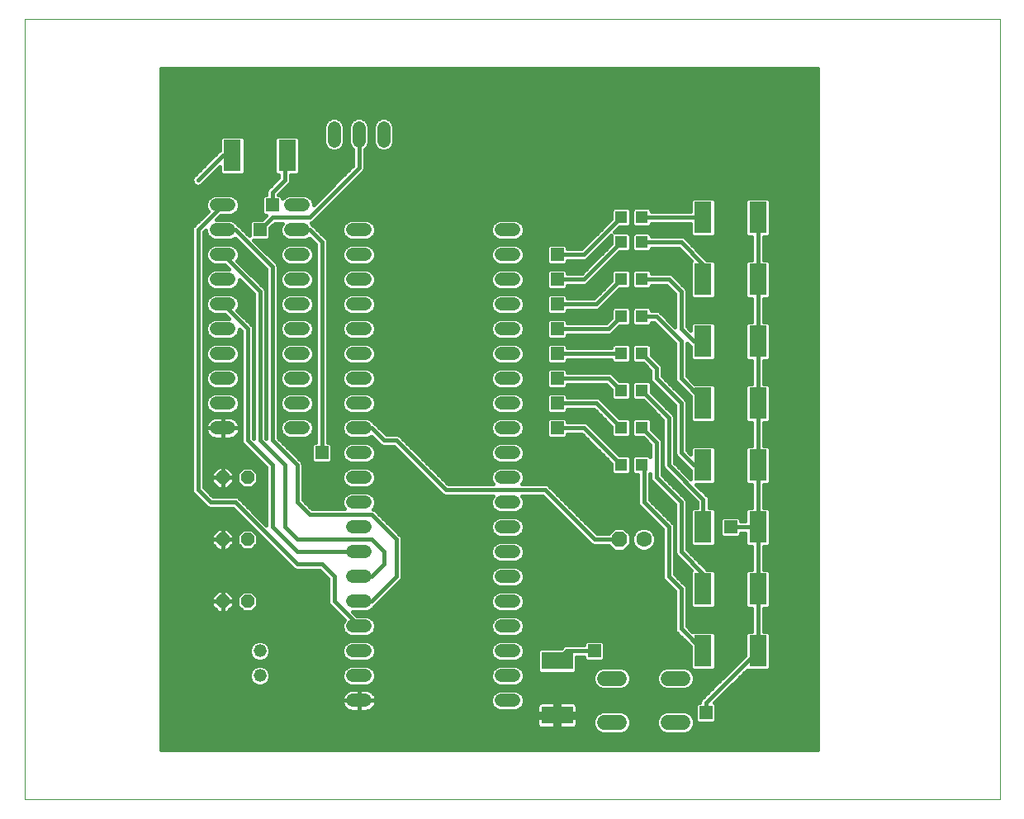
<source format=gtl>
G75*
%MOIN*%
%OFA0B0*%
%FSLAX25Y25*%
%IPPOS*%
%LPD*%
%AMOC8*
5,1,8,0,0,1.08239X$1,22.5*
%
%ADD10C,0.00000*%
%ADD11OC8,0.05200*%
%ADD12OC8,0.06300*%
%ADD13C,0.06300*%
%ADD14C,0.05200*%
%ADD15R,0.04724X0.04724*%
%ADD16C,0.05200*%
%ADD17R,0.07087X0.12598*%
%ADD18R,0.12598X0.07087*%
%ADD19C,0.06000*%
%ADD20C,0.01600*%
%ADD21R,0.05315X0.05315*%
D10*
X0001000Y0001000D02*
X0001000Y0315961D01*
X0394701Y0315961D01*
X0394701Y0001000D01*
X0001000Y0001000D01*
D11*
X0081000Y0081000D03*
X0091000Y0081000D03*
X0091000Y0106000D03*
X0081000Y0106000D03*
X0081000Y0131000D03*
X0091000Y0131000D03*
D12*
X0241000Y0106000D03*
D13*
X0251000Y0106000D03*
D14*
X0198600Y0101000D02*
X0193400Y0101000D01*
X0193400Y0091000D02*
X0198600Y0091000D01*
X0198600Y0081000D02*
X0193400Y0081000D01*
X0193400Y0071000D02*
X0198600Y0071000D01*
X0198600Y0061000D02*
X0193400Y0061000D01*
X0193400Y0051000D02*
X0198600Y0051000D01*
X0198600Y0041000D02*
X0193400Y0041000D01*
X0138600Y0041000D02*
X0133400Y0041000D01*
X0133400Y0051000D02*
X0138600Y0051000D01*
X0138600Y0061000D02*
X0133400Y0061000D01*
X0133400Y0071000D02*
X0138600Y0071000D01*
X0138600Y0081000D02*
X0133400Y0081000D01*
X0133400Y0091000D02*
X0138600Y0091000D01*
X0138600Y0101000D02*
X0133400Y0101000D01*
X0133400Y0111000D02*
X0138600Y0111000D01*
X0138600Y0121000D02*
X0133400Y0121000D01*
X0133400Y0131000D02*
X0138600Y0131000D01*
X0138600Y0141000D02*
X0133400Y0141000D01*
X0133400Y0151000D02*
X0138600Y0151000D01*
X0138600Y0161000D02*
X0133400Y0161000D01*
X0133400Y0171000D02*
X0138600Y0171000D01*
X0138600Y0181000D02*
X0133400Y0181000D01*
X0133400Y0191000D02*
X0138600Y0191000D01*
X0138600Y0201000D02*
X0133400Y0201000D01*
X0133400Y0211000D02*
X0138600Y0211000D01*
X0138600Y0221000D02*
X0133400Y0221000D01*
X0133400Y0231000D02*
X0138600Y0231000D01*
X0113600Y0231000D02*
X0108400Y0231000D01*
X0108400Y0221000D02*
X0113600Y0221000D01*
X0113600Y0211000D02*
X0108400Y0211000D01*
X0108400Y0201000D02*
X0113600Y0201000D01*
X0113600Y0191000D02*
X0108400Y0191000D01*
X0108400Y0181000D02*
X0113600Y0181000D01*
X0113600Y0171000D02*
X0108400Y0171000D01*
X0108400Y0161000D02*
X0113600Y0161000D01*
X0113600Y0151000D02*
X0108400Y0151000D01*
X0083600Y0151000D02*
X0078400Y0151000D01*
X0078400Y0161000D02*
X0083600Y0161000D01*
X0083600Y0171000D02*
X0078400Y0171000D01*
X0078400Y0181000D02*
X0083600Y0181000D01*
X0083600Y0191000D02*
X0078400Y0191000D01*
X0078400Y0201000D02*
X0083600Y0201000D01*
X0083600Y0211000D02*
X0078400Y0211000D01*
X0078400Y0221000D02*
X0083600Y0221000D01*
X0083600Y0231000D02*
X0078400Y0231000D01*
X0078400Y0241000D02*
X0083600Y0241000D01*
X0108400Y0241000D02*
X0113600Y0241000D01*
X0126000Y0266900D02*
X0126000Y0272100D01*
X0136000Y0272100D02*
X0136000Y0266900D01*
X0146000Y0266900D02*
X0146000Y0272100D01*
X0193400Y0231000D02*
X0198600Y0231000D01*
X0198600Y0221000D02*
X0193400Y0221000D01*
X0193400Y0211000D02*
X0198600Y0211000D01*
X0198600Y0201000D02*
X0193400Y0201000D01*
X0193400Y0191000D02*
X0198600Y0191000D01*
X0198600Y0181000D02*
X0193400Y0181000D01*
X0193400Y0171000D02*
X0198600Y0171000D01*
X0198600Y0161000D02*
X0193400Y0161000D01*
X0193400Y0151000D02*
X0198600Y0151000D01*
X0198600Y0141000D02*
X0193400Y0141000D01*
X0193400Y0131000D02*
X0198600Y0131000D01*
X0198600Y0121000D02*
X0193400Y0121000D01*
X0193400Y0111000D02*
X0198600Y0111000D01*
D15*
X0241866Y0136000D03*
X0250134Y0136000D03*
X0250134Y0151000D03*
X0241866Y0151000D03*
X0241866Y0166000D03*
X0250134Y0166000D03*
X0250134Y0181000D03*
X0241866Y0181000D03*
X0241866Y0196000D03*
X0250134Y0196000D03*
X0250134Y0211000D03*
X0241866Y0211000D03*
X0241866Y0226000D03*
X0250134Y0226000D03*
X0250134Y0236000D03*
X0241866Y0236000D03*
D16*
X0096000Y0061000D03*
X0096000Y0051000D03*
D17*
X0274976Y0061000D03*
X0297024Y0061000D03*
X0297024Y0086000D03*
X0274976Y0086000D03*
X0274976Y0111000D03*
X0297024Y0111000D03*
X0297024Y0136000D03*
X0274976Y0136000D03*
X0274976Y0161000D03*
X0297024Y0161000D03*
X0297024Y0186000D03*
X0274976Y0186000D03*
X0274976Y0211000D03*
X0297024Y0211000D03*
X0297024Y0236000D03*
X0274976Y0236000D03*
X0107024Y0261000D03*
X0084976Y0261000D03*
D18*
X0216000Y0057024D03*
X0216000Y0034976D03*
D19*
X0235200Y0032100D02*
X0241200Y0032100D01*
X0241200Y0049900D02*
X0235200Y0049900D01*
X0260800Y0049900D02*
X0266800Y0049900D01*
X0266800Y0032100D02*
X0260800Y0032100D01*
D20*
X0258599Y0036167D02*
X0243401Y0036167D01*
X0243806Y0036000D02*
X0242115Y0036700D01*
X0234285Y0036700D01*
X0232594Y0036000D01*
X0231300Y0034706D01*
X0230600Y0033015D01*
X0230600Y0031185D01*
X0231300Y0029494D01*
X0232594Y0028200D01*
X0234285Y0027500D01*
X0242115Y0027500D01*
X0243806Y0028200D01*
X0245100Y0029494D01*
X0245800Y0031185D01*
X0245800Y0033015D01*
X0245100Y0034706D01*
X0243806Y0036000D01*
X0245156Y0034569D02*
X0256844Y0034569D01*
X0256900Y0034706D02*
X0256200Y0033015D01*
X0256200Y0031185D01*
X0256900Y0029494D01*
X0258194Y0028200D01*
X0259885Y0027500D01*
X0267715Y0027500D01*
X0269406Y0028200D01*
X0270700Y0029494D01*
X0271400Y0031185D01*
X0271400Y0033015D01*
X0270700Y0034706D01*
X0269406Y0036000D01*
X0267715Y0036700D01*
X0259885Y0036700D01*
X0258194Y0036000D01*
X0256900Y0034706D01*
X0256200Y0032970D02*
X0245800Y0032970D01*
X0245800Y0031372D02*
X0256200Y0031372D01*
X0256785Y0029773D02*
X0245215Y0029773D01*
X0243744Y0028175D02*
X0258256Y0028175D01*
X0269344Y0028175D02*
X0321000Y0028175D01*
X0321000Y0029773D02*
X0270815Y0029773D01*
X0271400Y0031372D02*
X0321000Y0031372D01*
X0321000Y0032970D02*
X0280257Y0032970D01*
X0280257Y0032680D02*
X0280257Y0039320D01*
X0279498Y0040080D01*
X0292668Y0053250D01*
X0292818Y0053101D01*
X0301230Y0053101D01*
X0302167Y0054038D01*
X0302167Y0067962D01*
X0301230Y0068899D01*
X0299424Y0068899D01*
X0299424Y0078101D01*
X0301230Y0078101D01*
X0302167Y0079038D01*
X0302167Y0092962D01*
X0301230Y0093899D01*
X0299424Y0093899D01*
X0299424Y0103101D01*
X0301230Y0103101D01*
X0302167Y0104038D01*
X0302167Y0117962D01*
X0301230Y0118899D01*
X0299424Y0118899D01*
X0299424Y0128101D01*
X0301230Y0128101D01*
X0302167Y0129038D01*
X0302167Y0142962D01*
X0301230Y0143899D01*
X0299424Y0143899D01*
X0299424Y0153101D01*
X0301230Y0153101D01*
X0302167Y0154038D01*
X0302167Y0167962D01*
X0301230Y0168899D01*
X0299424Y0168899D01*
X0299424Y0178101D01*
X0301230Y0178101D01*
X0302167Y0179038D01*
X0302167Y0192962D01*
X0301230Y0193899D01*
X0299424Y0193899D01*
X0299424Y0203101D01*
X0301230Y0203101D01*
X0302167Y0204038D01*
X0302167Y0217962D01*
X0301230Y0218899D01*
X0299424Y0218899D01*
X0299424Y0228101D01*
X0301230Y0228101D01*
X0302167Y0229038D01*
X0302167Y0242962D01*
X0301230Y0243899D01*
X0292818Y0243899D01*
X0291880Y0242962D01*
X0291880Y0229038D01*
X0292818Y0228101D01*
X0294624Y0228101D01*
X0294624Y0218899D01*
X0292818Y0218899D01*
X0291880Y0217962D01*
X0291880Y0204038D01*
X0292818Y0203101D01*
X0294624Y0203101D01*
X0294624Y0193899D01*
X0292818Y0193899D01*
X0291880Y0192962D01*
X0291880Y0179038D01*
X0292818Y0178101D01*
X0294624Y0178101D01*
X0294624Y0168899D01*
X0292818Y0168899D01*
X0291880Y0167962D01*
X0291880Y0154038D01*
X0292818Y0153101D01*
X0294624Y0153101D01*
X0294624Y0143899D01*
X0292818Y0143899D01*
X0291880Y0142962D01*
X0291880Y0129038D01*
X0292818Y0128101D01*
X0294624Y0128101D01*
X0294624Y0118899D01*
X0292818Y0118899D01*
X0291880Y0117962D01*
X0291880Y0113400D01*
X0290257Y0113400D01*
X0290257Y0114320D01*
X0289320Y0115257D01*
X0282680Y0115257D01*
X0281743Y0114320D01*
X0281743Y0107680D01*
X0282680Y0106743D01*
X0289320Y0106743D01*
X0290257Y0107680D01*
X0290257Y0108600D01*
X0291880Y0108600D01*
X0291880Y0104038D01*
X0292818Y0103101D01*
X0294624Y0103101D01*
X0294624Y0093899D01*
X0292818Y0093899D01*
X0291880Y0092962D01*
X0291880Y0079038D01*
X0292818Y0078101D01*
X0294624Y0078101D01*
X0294624Y0068899D01*
X0292818Y0068899D01*
X0291880Y0067962D01*
X0291880Y0059251D01*
X0274641Y0042011D01*
X0273965Y0041336D01*
X0273600Y0040454D01*
X0273600Y0040257D01*
X0272680Y0040257D01*
X0271743Y0039320D01*
X0271743Y0032680D01*
X0272680Y0031743D01*
X0279320Y0031743D01*
X0280257Y0032680D01*
X0280257Y0034569D02*
X0321000Y0034569D01*
X0321000Y0036167D02*
X0280257Y0036167D01*
X0280257Y0037766D02*
X0321000Y0037766D01*
X0321000Y0039364D02*
X0280213Y0039364D01*
X0280381Y0040963D02*
X0321000Y0040963D01*
X0321000Y0042561D02*
X0281979Y0042561D01*
X0283578Y0044160D02*
X0321000Y0044160D01*
X0321000Y0045758D02*
X0285176Y0045758D01*
X0286775Y0047357D02*
X0321000Y0047357D01*
X0321000Y0048955D02*
X0288373Y0048955D01*
X0289972Y0050554D02*
X0321000Y0050554D01*
X0321000Y0052152D02*
X0291570Y0052152D01*
X0287979Y0055349D02*
X0280120Y0055349D01*
X0280120Y0054038D02*
X0280120Y0067962D01*
X0279182Y0068899D01*
X0270770Y0068899D01*
X0270621Y0068750D01*
X0268400Y0070970D01*
X0268400Y0086477D01*
X0268035Y0087359D01*
X0267359Y0088035D01*
X0263400Y0091994D01*
X0263400Y0111477D01*
X0263035Y0112359D01*
X0262359Y0113035D01*
X0253400Y0121994D01*
X0253400Y0132279D01*
X0253600Y0132479D01*
X0253600Y0130523D01*
X0253965Y0129641D01*
X0263600Y0120006D01*
X0263600Y0100523D01*
X0263965Y0099641D01*
X0270239Y0093367D01*
X0269833Y0092962D01*
X0269833Y0079038D01*
X0270770Y0078101D01*
X0279182Y0078101D01*
X0280120Y0079038D01*
X0280120Y0092962D01*
X0279182Y0093899D01*
X0276495Y0093899D01*
X0276336Y0094058D01*
X0268400Y0101994D01*
X0268400Y0121477D01*
X0268035Y0122359D01*
X0267359Y0123035D01*
X0258400Y0131994D01*
X0258400Y0145611D01*
X0258035Y0146493D01*
X0257359Y0147168D01*
X0254096Y0150432D01*
X0254096Y0154025D01*
X0253159Y0154962D01*
X0247109Y0154962D01*
X0246172Y0154025D01*
X0246172Y0147975D01*
X0247109Y0147038D01*
X0250702Y0147038D01*
X0253600Y0144140D01*
X0253600Y0139521D01*
X0253159Y0139962D01*
X0247109Y0139962D01*
X0246172Y0139025D01*
X0246172Y0132975D01*
X0247109Y0132038D01*
X0248600Y0132038D01*
X0248600Y0120523D01*
X0248965Y0119641D01*
X0258600Y0110006D01*
X0258600Y0090523D01*
X0258965Y0089641D01*
X0263600Y0085006D01*
X0263600Y0069499D01*
X0263965Y0068617D01*
X0269833Y0062749D01*
X0269833Y0054038D01*
X0270770Y0053101D01*
X0279182Y0053101D01*
X0280120Y0054038D01*
X0279833Y0053751D02*
X0286380Y0053751D01*
X0284782Y0052152D02*
X0270846Y0052152D01*
X0270700Y0052506D02*
X0269406Y0053800D01*
X0267715Y0054500D01*
X0259885Y0054500D01*
X0258194Y0053800D01*
X0256900Y0052506D01*
X0256200Y0050815D01*
X0256200Y0048985D01*
X0256900Y0047294D01*
X0258194Y0046000D01*
X0259885Y0045300D01*
X0267715Y0045300D01*
X0269406Y0046000D01*
X0270700Y0047294D01*
X0271400Y0048985D01*
X0271400Y0050815D01*
X0270700Y0052506D01*
X0270120Y0053751D02*
X0269454Y0053751D01*
X0269833Y0055349D02*
X0223899Y0055349D01*
X0223899Y0053751D02*
X0232545Y0053751D01*
X0232594Y0053800D02*
X0231300Y0052506D01*
X0230600Y0050815D01*
X0230600Y0048985D01*
X0231300Y0047294D01*
X0232594Y0046000D01*
X0234285Y0045300D01*
X0242115Y0045300D01*
X0243806Y0046000D01*
X0245100Y0047294D01*
X0245800Y0048985D01*
X0245800Y0050815D01*
X0245100Y0052506D01*
X0243806Y0053800D01*
X0242115Y0054500D01*
X0234285Y0054500D01*
X0232594Y0053800D01*
X0231154Y0052152D02*
X0223234Y0052152D01*
X0222962Y0051880D02*
X0223899Y0052818D01*
X0223899Y0058600D01*
X0226743Y0058600D01*
X0226743Y0057680D01*
X0227680Y0056743D01*
X0234320Y0056743D01*
X0235257Y0057680D01*
X0235257Y0064320D01*
X0234320Y0065257D01*
X0227680Y0065257D01*
X0226743Y0064320D01*
X0226743Y0063400D01*
X0219499Y0063400D01*
X0218617Y0063035D01*
X0217942Y0062359D01*
X0217749Y0062167D01*
X0209038Y0062167D01*
X0208101Y0061230D01*
X0208101Y0052818D01*
X0209038Y0051880D01*
X0222962Y0051880D01*
X0223899Y0056948D02*
X0227474Y0056948D01*
X0226743Y0058546D02*
X0223899Y0058546D01*
X0219976Y0061000D02*
X0231000Y0061000D01*
X0235257Y0061743D02*
X0269833Y0061743D01*
X0269833Y0060145D02*
X0235257Y0060145D01*
X0235257Y0058546D02*
X0269833Y0058546D01*
X0269833Y0056948D02*
X0234526Y0056948D01*
X0235257Y0063342D02*
X0269240Y0063342D01*
X0267642Y0064940D02*
X0234637Y0064940D01*
X0227363Y0064940D02*
X0200062Y0064940D01*
X0199435Y0065200D02*
X0200979Y0064561D01*
X0202161Y0063379D01*
X0202800Y0061835D01*
X0202800Y0060165D01*
X0202161Y0058621D01*
X0200979Y0057439D01*
X0199435Y0056800D01*
X0192565Y0056800D01*
X0191021Y0057439D01*
X0189839Y0058621D01*
X0189200Y0060165D01*
X0189200Y0061835D01*
X0189839Y0063379D01*
X0191021Y0064561D01*
X0192565Y0065200D01*
X0199435Y0065200D01*
X0199435Y0066800D02*
X0200979Y0067439D01*
X0202161Y0068621D01*
X0202800Y0070165D01*
X0202800Y0071835D01*
X0202161Y0073379D01*
X0200979Y0074561D01*
X0199435Y0075200D01*
X0192565Y0075200D01*
X0191021Y0074561D01*
X0189839Y0073379D01*
X0189200Y0071835D01*
X0189200Y0070165D01*
X0189839Y0068621D01*
X0191021Y0067439D01*
X0192565Y0066800D01*
X0199435Y0066800D01*
X0201677Y0068137D02*
X0264445Y0068137D01*
X0263600Y0069736D02*
X0202622Y0069736D01*
X0202800Y0071334D02*
X0263600Y0071334D01*
X0263600Y0072933D02*
X0202345Y0072933D01*
X0201008Y0074532D02*
X0263600Y0074532D01*
X0263600Y0076130D02*
X0134264Y0076130D01*
X0133594Y0076800D02*
X0139435Y0076800D01*
X0140979Y0077439D01*
X0142161Y0078621D01*
X0142292Y0078937D01*
X0142359Y0078965D01*
X0152359Y0088965D01*
X0153035Y0089641D01*
X0153400Y0090523D01*
X0153400Y0106477D01*
X0153035Y0107359D01*
X0143035Y0117359D01*
X0142359Y0118035D01*
X0141804Y0118265D01*
X0142161Y0118621D01*
X0142800Y0120165D01*
X0142800Y0121835D01*
X0142161Y0123379D01*
X0140979Y0124561D01*
X0139435Y0125200D01*
X0132565Y0125200D01*
X0131021Y0124561D01*
X0129839Y0123379D01*
X0129200Y0121835D01*
X0129200Y0120165D01*
X0129839Y0118621D01*
X0130060Y0118400D01*
X0116994Y0118400D01*
X0113400Y0121994D01*
X0113400Y0136477D01*
X0113035Y0137359D01*
X0103400Y0146994D01*
X0103400Y0216477D01*
X0103035Y0217359D01*
X0093652Y0226743D01*
X0099320Y0226743D01*
X0100257Y0227680D01*
X0100257Y0231863D01*
X0101994Y0233600D01*
X0105060Y0233600D01*
X0104839Y0233379D01*
X0104200Y0231835D01*
X0104200Y0230165D01*
X0104839Y0228621D01*
X0106021Y0227439D01*
X0107565Y0226800D01*
X0114435Y0226800D01*
X0115979Y0227439D01*
X0116073Y0227533D01*
X0118600Y0225006D01*
X0118600Y0145257D01*
X0117680Y0145257D01*
X0116743Y0144320D01*
X0116743Y0137680D01*
X0117680Y0136743D01*
X0124320Y0136743D01*
X0125257Y0137680D01*
X0125257Y0144320D01*
X0124320Y0145257D01*
X0123400Y0145257D01*
X0123400Y0226477D01*
X0123035Y0227359D01*
X0122359Y0228035D01*
X0117359Y0233035D01*
X0117292Y0233063D01*
X0117161Y0233379D01*
X0116804Y0233735D01*
X0117359Y0233965D01*
X0118035Y0234641D01*
X0138035Y0254641D01*
X0138400Y0255523D01*
X0138400Y0263360D01*
X0139561Y0264521D01*
X0140200Y0266065D01*
X0140200Y0272935D01*
X0139561Y0274479D01*
X0138379Y0275661D01*
X0136835Y0276300D01*
X0135165Y0276300D01*
X0133621Y0275661D01*
X0132439Y0274479D01*
X0131800Y0272935D01*
X0131800Y0266065D01*
X0132439Y0264521D01*
X0133600Y0263360D01*
X0133600Y0256994D01*
X0117800Y0241194D01*
X0117800Y0241835D01*
X0117161Y0243379D01*
X0115979Y0244561D01*
X0114435Y0245200D01*
X0107565Y0245200D01*
X0106021Y0244561D01*
X0105257Y0243797D01*
X0105257Y0244320D01*
X0104320Y0245257D01*
X0103652Y0245257D01*
X0108035Y0249641D01*
X0108400Y0250523D01*
X0108400Y0253101D01*
X0111230Y0253101D01*
X0112167Y0254038D01*
X0112167Y0267962D01*
X0111230Y0268899D01*
X0102818Y0268899D01*
X0101880Y0267962D01*
X0101880Y0254038D01*
X0102818Y0253101D01*
X0103600Y0253101D01*
X0103600Y0251994D01*
X0099641Y0248035D01*
X0098965Y0247359D01*
X0098600Y0246477D01*
X0098600Y0245257D01*
X0097680Y0245257D01*
X0096743Y0244320D01*
X0096743Y0237680D01*
X0097680Y0236743D01*
X0098348Y0236743D01*
X0096863Y0235257D01*
X0092680Y0235257D01*
X0091743Y0234320D01*
X0091743Y0228652D01*
X0088035Y0232359D01*
X0087359Y0233035D01*
X0087292Y0233063D01*
X0087161Y0233379D01*
X0085979Y0234561D01*
X0084435Y0235200D01*
X0078594Y0235200D01*
X0080194Y0236800D01*
X0084435Y0236800D01*
X0085979Y0237439D01*
X0087161Y0238621D01*
X0087800Y0240165D01*
X0087800Y0241835D01*
X0087161Y0243379D01*
X0085979Y0244561D01*
X0084435Y0245200D01*
X0077565Y0245200D01*
X0076021Y0244561D01*
X0074839Y0243379D01*
X0074200Y0241835D01*
X0074200Y0240165D01*
X0074839Y0238621D01*
X0075033Y0238427D01*
X0068965Y0232359D01*
X0068600Y0231477D01*
X0068600Y0125523D01*
X0068965Y0124641D01*
X0069641Y0123965D01*
X0074641Y0118965D01*
X0075523Y0118600D01*
X0085006Y0118600D01*
X0108965Y0094641D01*
X0108965Y0094641D01*
X0109641Y0093965D01*
X0110523Y0093600D01*
X0120006Y0093600D01*
X0123600Y0090006D01*
X0123600Y0080523D01*
X0123965Y0079641D01*
X0124641Y0078965D01*
X0130033Y0073573D01*
X0129839Y0073379D01*
X0129200Y0071835D01*
X0129200Y0070165D01*
X0129839Y0068621D01*
X0131021Y0067439D01*
X0132565Y0066800D01*
X0139435Y0066800D01*
X0140979Y0067439D01*
X0142161Y0068621D01*
X0142800Y0070165D01*
X0142800Y0071835D01*
X0142161Y0073379D01*
X0140979Y0074561D01*
X0139435Y0075200D01*
X0135194Y0075200D01*
X0133594Y0076800D01*
X0136000Y0081000D02*
X0141000Y0081000D01*
X0151000Y0091000D01*
X0151000Y0106000D01*
X0141000Y0116000D01*
X0116000Y0116000D01*
X0111000Y0121000D01*
X0111000Y0136000D01*
X0101000Y0146000D01*
X0101000Y0216000D01*
X0086000Y0231000D01*
X0081000Y0231000D01*
X0077565Y0226800D02*
X0084435Y0226800D01*
X0085979Y0227439D01*
X0086073Y0227533D01*
X0098600Y0215006D01*
X0098600Y0146794D01*
X0098400Y0146994D01*
X0098400Y0206477D01*
X0098035Y0207359D01*
X0086967Y0218427D01*
X0087161Y0218621D01*
X0087800Y0220165D01*
X0087800Y0221835D01*
X0087161Y0223379D01*
X0085979Y0224561D01*
X0084435Y0225200D01*
X0077565Y0225200D01*
X0076021Y0224561D01*
X0074839Y0223379D01*
X0074200Y0221835D01*
X0074200Y0220165D01*
X0074839Y0218621D01*
X0076021Y0217439D01*
X0077565Y0216800D01*
X0081806Y0216800D01*
X0083406Y0215200D01*
X0077565Y0215200D01*
X0076021Y0214561D01*
X0074839Y0213379D01*
X0074200Y0211835D01*
X0074200Y0210165D01*
X0074839Y0208621D01*
X0076021Y0207439D01*
X0077565Y0206800D01*
X0084435Y0206800D01*
X0085979Y0207439D01*
X0087161Y0208621D01*
X0087800Y0210165D01*
X0087800Y0210806D01*
X0093600Y0205006D01*
X0093600Y0146794D01*
X0093400Y0146994D01*
X0093400Y0191477D01*
X0093035Y0192359D01*
X0092359Y0193035D01*
X0086967Y0198427D01*
X0087161Y0198621D01*
X0087800Y0200165D01*
X0087800Y0201835D01*
X0087161Y0203379D01*
X0085979Y0204561D01*
X0084435Y0205200D01*
X0077565Y0205200D01*
X0076021Y0204561D01*
X0074839Y0203379D01*
X0074200Y0201835D01*
X0074200Y0200165D01*
X0074839Y0198621D01*
X0076021Y0197439D01*
X0077565Y0196800D01*
X0081806Y0196800D01*
X0083406Y0195200D01*
X0077565Y0195200D01*
X0076021Y0194561D01*
X0074839Y0193379D01*
X0074200Y0191835D01*
X0074200Y0190165D01*
X0074839Y0188621D01*
X0076021Y0187439D01*
X0077565Y0186800D01*
X0084435Y0186800D01*
X0085979Y0187439D01*
X0087161Y0188621D01*
X0087800Y0190165D01*
X0087800Y0190806D01*
X0088600Y0190006D01*
X0088600Y0145523D01*
X0088965Y0144641D01*
X0098600Y0135006D01*
X0098600Y0111794D01*
X0088035Y0122359D01*
X0088035Y0122359D01*
X0087359Y0123035D01*
X0086477Y0123400D01*
X0076994Y0123400D01*
X0073400Y0126994D01*
X0073400Y0230006D01*
X0074200Y0230806D01*
X0074200Y0230165D01*
X0074839Y0228621D01*
X0076021Y0227439D01*
X0077565Y0226800D01*
X0076579Y0224792D02*
X0073400Y0224792D01*
X0073400Y0226390D02*
X0087216Y0226390D01*
X0088814Y0224792D02*
X0085421Y0224792D01*
X0087238Y0223193D02*
X0090413Y0223193D01*
X0092011Y0221595D02*
X0087800Y0221595D01*
X0087730Y0219996D02*
X0093610Y0219996D01*
X0095208Y0218398D02*
X0086997Y0218398D01*
X0088595Y0216799D02*
X0096807Y0216799D01*
X0098405Y0215201D02*
X0090194Y0215201D01*
X0091792Y0213602D02*
X0098600Y0213602D01*
X0098600Y0212003D02*
X0093391Y0212003D01*
X0094989Y0210405D02*
X0098600Y0210405D01*
X0098600Y0208806D02*
X0096588Y0208806D01*
X0098097Y0207208D02*
X0098600Y0207208D01*
X0098600Y0205609D02*
X0098400Y0205609D01*
X0098400Y0204011D02*
X0098600Y0204011D01*
X0098600Y0202412D02*
X0098400Y0202412D01*
X0098400Y0200814D02*
X0098600Y0200814D01*
X0098600Y0199215D02*
X0098400Y0199215D01*
X0098400Y0197617D02*
X0098600Y0197617D01*
X0098600Y0196018D02*
X0098400Y0196018D01*
X0098400Y0194420D02*
X0098600Y0194420D01*
X0098600Y0192821D02*
X0098400Y0192821D01*
X0098400Y0191223D02*
X0098600Y0191223D01*
X0098600Y0189624D02*
X0098400Y0189624D01*
X0098400Y0188026D02*
X0098600Y0188026D01*
X0098600Y0186427D02*
X0098400Y0186427D01*
X0098400Y0184829D02*
X0098600Y0184829D01*
X0098600Y0183230D02*
X0098400Y0183230D01*
X0098400Y0181632D02*
X0098600Y0181632D01*
X0098600Y0180033D02*
X0098400Y0180033D01*
X0098400Y0178435D02*
X0098600Y0178435D01*
X0098600Y0176836D02*
X0098400Y0176836D01*
X0098400Y0175238D02*
X0098600Y0175238D01*
X0098600Y0173639D02*
X0098400Y0173639D01*
X0098400Y0172041D02*
X0098600Y0172041D01*
X0098600Y0170442D02*
X0098400Y0170442D01*
X0098400Y0168844D02*
X0098600Y0168844D01*
X0098600Y0167245D02*
X0098400Y0167245D01*
X0098400Y0165647D02*
X0098600Y0165647D01*
X0098600Y0164048D02*
X0098400Y0164048D01*
X0098400Y0162450D02*
X0098600Y0162450D01*
X0098600Y0160851D02*
X0098400Y0160851D01*
X0098400Y0159253D02*
X0098600Y0159253D01*
X0098600Y0157654D02*
X0098400Y0157654D01*
X0098400Y0156056D02*
X0098600Y0156056D01*
X0098600Y0154457D02*
X0098400Y0154457D01*
X0098400Y0152859D02*
X0098600Y0152859D01*
X0098600Y0151260D02*
X0098400Y0151260D01*
X0098400Y0149662D02*
X0098600Y0149662D01*
X0098600Y0148063D02*
X0098400Y0148063D01*
X0096000Y0146000D02*
X0096000Y0206000D01*
X0081000Y0221000D01*
X0081807Y0216799D02*
X0073400Y0216799D01*
X0073400Y0215201D02*
X0083405Y0215201D01*
X0087800Y0210405D02*
X0088201Y0210405D01*
X0087237Y0208806D02*
X0089799Y0208806D01*
X0091398Y0207208D02*
X0085420Y0207208D01*
X0086529Y0204011D02*
X0093600Y0204011D01*
X0093600Y0202412D02*
X0087561Y0202412D01*
X0087800Y0200814D02*
X0093600Y0200814D01*
X0093600Y0199215D02*
X0087407Y0199215D01*
X0087777Y0197617D02*
X0093600Y0197617D01*
X0093600Y0196018D02*
X0089376Y0196018D01*
X0090974Y0194420D02*
X0093600Y0194420D01*
X0093600Y0192821D02*
X0092573Y0192821D01*
X0093400Y0191223D02*
X0093600Y0191223D01*
X0093600Y0189624D02*
X0093400Y0189624D01*
X0093400Y0188026D02*
X0093600Y0188026D01*
X0093600Y0186427D02*
X0093400Y0186427D01*
X0093400Y0184829D02*
X0093600Y0184829D01*
X0093600Y0183230D02*
X0093400Y0183230D01*
X0093400Y0181632D02*
X0093600Y0181632D01*
X0093600Y0180033D02*
X0093400Y0180033D01*
X0093400Y0178435D02*
X0093600Y0178435D01*
X0093600Y0176836D02*
X0093400Y0176836D01*
X0093400Y0175238D02*
X0093600Y0175238D01*
X0093600Y0173639D02*
X0093400Y0173639D01*
X0093400Y0172041D02*
X0093600Y0172041D01*
X0093600Y0170442D02*
X0093400Y0170442D01*
X0093400Y0168844D02*
X0093600Y0168844D01*
X0093600Y0167245D02*
X0093400Y0167245D01*
X0093400Y0165647D02*
X0093600Y0165647D01*
X0093600Y0164048D02*
X0093400Y0164048D01*
X0093400Y0162450D02*
X0093600Y0162450D01*
X0093600Y0160851D02*
X0093400Y0160851D01*
X0093400Y0159253D02*
X0093600Y0159253D01*
X0093600Y0157654D02*
X0093400Y0157654D01*
X0093400Y0156056D02*
X0093600Y0156056D01*
X0093600Y0154457D02*
X0093400Y0154457D01*
X0093400Y0152859D02*
X0093600Y0152859D01*
X0093600Y0151260D02*
X0093400Y0151260D01*
X0093400Y0149662D02*
X0093600Y0149662D01*
X0093600Y0148063D02*
X0093400Y0148063D01*
X0091000Y0146000D02*
X0101000Y0136000D01*
X0101000Y0111000D01*
X0111000Y0101000D01*
X0136000Y0101000D01*
X0141000Y0106000D02*
X0111000Y0106000D01*
X0106000Y0111000D01*
X0106000Y0136000D01*
X0096000Y0146000D01*
X0091000Y0146000D02*
X0091000Y0191000D01*
X0081000Y0201000D01*
X0075843Y0197617D02*
X0073400Y0197617D01*
X0073400Y0199215D02*
X0074593Y0199215D01*
X0074200Y0200814D02*
X0073400Y0200814D01*
X0073400Y0202412D02*
X0074439Y0202412D01*
X0075471Y0204011D02*
X0073400Y0204011D01*
X0073400Y0205609D02*
X0092996Y0205609D01*
X0103400Y0205609D02*
X0118600Y0205609D01*
X0118600Y0204011D02*
X0116529Y0204011D01*
X0115979Y0204561D02*
X0114435Y0205200D01*
X0107565Y0205200D01*
X0106021Y0204561D01*
X0104839Y0203379D01*
X0104200Y0201835D01*
X0104200Y0200165D01*
X0104839Y0198621D01*
X0106021Y0197439D01*
X0107565Y0196800D01*
X0114435Y0196800D01*
X0115979Y0197439D01*
X0117161Y0198621D01*
X0117800Y0200165D01*
X0117800Y0201835D01*
X0117161Y0203379D01*
X0115979Y0204561D01*
X0117561Y0202412D02*
X0118600Y0202412D01*
X0118600Y0200814D02*
X0117800Y0200814D01*
X0117407Y0199215D02*
X0118600Y0199215D01*
X0118600Y0197617D02*
X0116157Y0197617D01*
X0118600Y0196018D02*
X0103400Y0196018D01*
X0103400Y0194420D02*
X0105880Y0194420D01*
X0106021Y0194561D02*
X0104839Y0193379D01*
X0104200Y0191835D01*
X0104200Y0190165D01*
X0104839Y0188621D01*
X0106021Y0187439D01*
X0107565Y0186800D01*
X0114435Y0186800D01*
X0115979Y0187439D01*
X0117161Y0188621D01*
X0117800Y0190165D01*
X0117800Y0191835D01*
X0117161Y0193379D01*
X0115979Y0194561D01*
X0114435Y0195200D01*
X0107565Y0195200D01*
X0106021Y0194561D01*
X0104608Y0192821D02*
X0103400Y0192821D01*
X0103400Y0191223D02*
X0104200Y0191223D01*
X0104424Y0189624D02*
X0103400Y0189624D01*
X0103400Y0188026D02*
X0105434Y0188026D01*
X0103400Y0186427D02*
X0118600Y0186427D01*
X0118600Y0184829D02*
X0115332Y0184829D01*
X0115979Y0184561D02*
X0114435Y0185200D01*
X0107565Y0185200D01*
X0106021Y0184561D01*
X0104839Y0183379D01*
X0104200Y0181835D01*
X0104200Y0180165D01*
X0104839Y0178621D01*
X0106021Y0177439D01*
X0107565Y0176800D01*
X0114435Y0176800D01*
X0115979Y0177439D01*
X0117161Y0178621D01*
X0117800Y0180165D01*
X0117800Y0181835D01*
X0117161Y0183379D01*
X0115979Y0184561D01*
X0117222Y0183230D02*
X0118600Y0183230D01*
X0118600Y0181632D02*
X0117800Y0181632D01*
X0117746Y0180033D02*
X0118600Y0180033D01*
X0118600Y0178435D02*
X0116974Y0178435D01*
X0118600Y0176836D02*
X0114523Y0176836D01*
X0114435Y0175200D02*
X0115979Y0174561D01*
X0117161Y0173379D01*
X0117800Y0171835D01*
X0117800Y0170165D01*
X0117161Y0168621D01*
X0115979Y0167439D01*
X0114435Y0166800D01*
X0107565Y0166800D01*
X0106021Y0167439D01*
X0104839Y0168621D01*
X0104200Y0170165D01*
X0104200Y0171835D01*
X0104839Y0173379D01*
X0106021Y0174561D01*
X0107565Y0175200D01*
X0114435Y0175200D01*
X0116900Y0173639D02*
X0118600Y0173639D01*
X0118600Y0172041D02*
X0117715Y0172041D01*
X0117800Y0170442D02*
X0118600Y0170442D01*
X0118600Y0168844D02*
X0117253Y0168844D01*
X0118600Y0167245D02*
X0115510Y0167245D01*
X0114435Y0165200D02*
X0115979Y0164561D01*
X0117161Y0163379D01*
X0117800Y0161835D01*
X0117800Y0160165D01*
X0117161Y0158621D01*
X0115979Y0157439D01*
X0114435Y0156800D01*
X0107565Y0156800D01*
X0106021Y0157439D01*
X0104839Y0158621D01*
X0104200Y0160165D01*
X0104200Y0161835D01*
X0104839Y0163379D01*
X0106021Y0164561D01*
X0107565Y0165200D01*
X0114435Y0165200D01*
X0116492Y0164048D02*
X0118600Y0164048D01*
X0118600Y0162450D02*
X0117546Y0162450D01*
X0117800Y0160851D02*
X0118600Y0160851D01*
X0118600Y0159253D02*
X0117422Y0159253D01*
X0118600Y0157654D02*
X0116194Y0157654D01*
X0118600Y0156056D02*
X0103400Y0156056D01*
X0103400Y0157654D02*
X0105806Y0157654D01*
X0104578Y0159253D02*
X0103400Y0159253D01*
X0103400Y0160851D02*
X0104200Y0160851D01*
X0104454Y0162450D02*
X0103400Y0162450D01*
X0103400Y0164048D02*
X0105508Y0164048D01*
X0103400Y0165647D02*
X0118600Y0165647D01*
X0123400Y0165647D02*
X0237904Y0165647D01*
X0237904Y0166568D02*
X0237904Y0162975D01*
X0238841Y0162038D01*
X0244891Y0162038D01*
X0245828Y0162975D01*
X0245828Y0169025D01*
X0244891Y0169962D01*
X0241298Y0169962D01*
X0238901Y0172359D01*
X0238226Y0173035D01*
X0237344Y0173400D01*
X0220257Y0173400D01*
X0220257Y0174320D01*
X0219320Y0175257D01*
X0212680Y0175257D01*
X0211743Y0174320D01*
X0211743Y0167680D01*
X0212680Y0166743D01*
X0219320Y0166743D01*
X0220257Y0167680D01*
X0220257Y0168600D01*
X0235872Y0168600D01*
X0237904Y0166568D01*
X0237227Y0167245D02*
X0219823Y0167245D01*
X0219320Y0165257D02*
X0212680Y0165257D01*
X0211743Y0164320D01*
X0211743Y0157680D01*
X0212680Y0156743D01*
X0219320Y0156743D01*
X0220257Y0157680D01*
X0220257Y0158600D01*
X0230872Y0158600D01*
X0237904Y0151568D01*
X0237904Y0147975D01*
X0238841Y0147038D01*
X0244891Y0147038D01*
X0245828Y0147975D01*
X0245828Y0154025D01*
X0244891Y0154962D01*
X0241298Y0154962D01*
X0233901Y0162359D01*
X0233226Y0163035D01*
X0232344Y0163400D01*
X0220257Y0163400D01*
X0220257Y0164320D01*
X0219320Y0165257D01*
X0220257Y0164048D02*
X0237904Y0164048D01*
X0238429Y0162450D02*
X0233811Y0162450D01*
X0235409Y0160851D02*
X0251889Y0160851D01*
X0250702Y0162038D02*
X0247109Y0162038D01*
X0246172Y0162975D01*
X0246172Y0169025D01*
X0247109Y0169962D01*
X0253159Y0169962D01*
X0254096Y0169025D01*
X0254096Y0165432D01*
X0262359Y0157168D01*
X0263035Y0156493D01*
X0263400Y0155611D01*
X0263400Y0136994D01*
X0269833Y0130561D01*
X0269833Y0133886D01*
X0269641Y0133965D01*
X0268965Y0134641D01*
X0263965Y0139641D01*
X0263600Y0140523D01*
X0263600Y0160006D01*
X0253965Y0169641D01*
X0253600Y0170523D01*
X0253600Y0174140D01*
X0250702Y0177038D01*
X0247109Y0177038D01*
X0246172Y0177975D01*
X0246172Y0184025D01*
X0247109Y0184962D01*
X0253159Y0184962D01*
X0254096Y0184025D01*
X0254096Y0180432D01*
X0257359Y0177168D01*
X0257359Y0177168D01*
X0258035Y0176493D01*
X0258400Y0175611D01*
X0258400Y0171994D01*
X0267359Y0163035D01*
X0267359Y0163035D01*
X0268035Y0162359D01*
X0268400Y0161477D01*
X0268400Y0141994D01*
X0269833Y0140561D01*
X0269833Y0142962D01*
X0270770Y0143899D01*
X0279182Y0143899D01*
X0280120Y0142962D01*
X0280120Y0129038D01*
X0279182Y0128101D01*
X0272293Y0128101D01*
X0276336Y0124058D01*
X0277011Y0123383D01*
X0277376Y0122501D01*
X0277376Y0118899D01*
X0279182Y0118899D01*
X0280120Y0117962D01*
X0280120Y0104038D01*
X0279182Y0103101D01*
X0270770Y0103101D01*
X0269833Y0104038D01*
X0269833Y0117962D01*
X0270770Y0118899D01*
X0272576Y0118899D01*
X0272576Y0121030D01*
X0258965Y0134641D01*
X0258600Y0135523D01*
X0258600Y0154140D01*
X0250702Y0162038D01*
X0253487Y0159253D02*
X0237008Y0159253D01*
X0238606Y0157654D02*
X0255086Y0157654D01*
X0256684Y0156056D02*
X0240205Y0156056D01*
X0236613Y0152859D02*
X0228402Y0152859D01*
X0228226Y0153035D02*
X0227344Y0153400D01*
X0220257Y0153400D01*
X0220257Y0154320D01*
X0219320Y0155257D01*
X0212680Y0155257D01*
X0211743Y0154320D01*
X0211743Y0147680D01*
X0212680Y0146743D01*
X0219320Y0146743D01*
X0220257Y0147680D01*
X0220257Y0148600D01*
X0225872Y0148600D01*
X0237904Y0136568D01*
X0237904Y0132975D01*
X0238841Y0132038D01*
X0244891Y0132038D01*
X0245828Y0132975D01*
X0245828Y0139025D01*
X0244891Y0139962D01*
X0241298Y0139962D01*
X0228901Y0152359D01*
X0228226Y0153035D01*
X0226866Y0151000D02*
X0216000Y0151000D01*
X0211743Y0151260D02*
X0202800Y0151260D01*
X0202800Y0151835D02*
X0202161Y0153379D01*
X0200979Y0154561D01*
X0199435Y0155200D01*
X0192565Y0155200D01*
X0191021Y0154561D01*
X0189839Y0153379D01*
X0189200Y0151835D01*
X0189200Y0150165D01*
X0189839Y0148621D01*
X0191021Y0147439D01*
X0192565Y0146800D01*
X0199435Y0146800D01*
X0200979Y0147439D01*
X0202161Y0148621D01*
X0202800Y0150165D01*
X0202800Y0151835D01*
X0202376Y0152859D02*
X0211743Y0152859D01*
X0211879Y0154457D02*
X0201083Y0154457D01*
X0199435Y0156800D02*
X0200979Y0157439D01*
X0202161Y0158621D01*
X0202800Y0160165D01*
X0202800Y0161835D01*
X0202161Y0163379D01*
X0200979Y0164561D01*
X0199435Y0165200D01*
X0192565Y0165200D01*
X0191021Y0164561D01*
X0189839Y0163379D01*
X0189200Y0161835D01*
X0189200Y0160165D01*
X0189839Y0158621D01*
X0191021Y0157439D01*
X0192565Y0156800D01*
X0199435Y0156800D01*
X0201194Y0157654D02*
X0211768Y0157654D01*
X0211743Y0159253D02*
X0202422Y0159253D01*
X0202800Y0160851D02*
X0211743Y0160851D01*
X0211743Y0162450D02*
X0202546Y0162450D01*
X0201492Y0164048D02*
X0211743Y0164048D01*
X0212177Y0167245D02*
X0200510Y0167245D01*
X0200979Y0167439D02*
X0202161Y0168621D01*
X0202800Y0170165D01*
X0202800Y0171835D01*
X0202161Y0173379D01*
X0200979Y0174561D01*
X0199435Y0175200D01*
X0192565Y0175200D01*
X0191021Y0174561D01*
X0189839Y0173379D01*
X0189200Y0171835D01*
X0189200Y0170165D01*
X0189839Y0168621D01*
X0191021Y0167439D01*
X0192565Y0166800D01*
X0199435Y0166800D01*
X0200979Y0167439D01*
X0202253Y0168844D02*
X0211743Y0168844D01*
X0211743Y0170442D02*
X0202800Y0170442D01*
X0202715Y0172041D02*
X0211743Y0172041D01*
X0211743Y0173639D02*
X0201900Y0173639D01*
X0200979Y0177439D02*
X0202161Y0178621D01*
X0202800Y0180165D01*
X0202800Y0181835D01*
X0202161Y0183379D01*
X0200979Y0184561D01*
X0199435Y0185200D01*
X0192565Y0185200D01*
X0191021Y0184561D01*
X0189839Y0183379D01*
X0189200Y0181835D01*
X0189200Y0180165D01*
X0189839Y0178621D01*
X0191021Y0177439D01*
X0192565Y0176800D01*
X0199435Y0176800D01*
X0200979Y0177439D01*
X0201974Y0178435D02*
X0211743Y0178435D01*
X0211743Y0177680D02*
X0212680Y0176743D01*
X0219320Y0176743D01*
X0220257Y0177680D01*
X0220257Y0178600D01*
X0237904Y0178600D01*
X0237904Y0177975D01*
X0238841Y0177038D01*
X0244891Y0177038D01*
X0245828Y0177975D01*
X0245828Y0184025D01*
X0244891Y0184962D01*
X0238841Y0184962D01*
X0237904Y0184025D01*
X0237904Y0183400D01*
X0220257Y0183400D01*
X0220257Y0184320D01*
X0219320Y0185257D01*
X0212680Y0185257D01*
X0211743Y0184320D01*
X0211743Y0177680D01*
X0212586Y0176836D02*
X0199523Y0176836D01*
X0202746Y0180033D02*
X0211743Y0180033D01*
X0211743Y0181632D02*
X0202800Y0181632D01*
X0202222Y0183230D02*
X0211743Y0183230D01*
X0212251Y0184829D02*
X0200332Y0184829D01*
X0199435Y0186800D02*
X0200979Y0187439D01*
X0202161Y0188621D01*
X0202800Y0190165D01*
X0202800Y0191835D01*
X0202161Y0193379D01*
X0200979Y0194561D01*
X0199435Y0195200D01*
X0192565Y0195200D01*
X0191021Y0194561D01*
X0189839Y0193379D01*
X0189200Y0191835D01*
X0189200Y0190165D01*
X0189839Y0188621D01*
X0191021Y0187439D01*
X0192565Y0186800D01*
X0199435Y0186800D01*
X0201566Y0188026D02*
X0211743Y0188026D01*
X0211743Y0187680D02*
X0212680Y0186743D01*
X0219320Y0186743D01*
X0220257Y0187680D01*
X0220257Y0188600D01*
X0237344Y0188600D01*
X0238226Y0188965D01*
X0238901Y0189641D01*
X0241298Y0192038D01*
X0244891Y0192038D01*
X0245828Y0192975D01*
X0245828Y0199025D01*
X0244891Y0199962D01*
X0238841Y0199962D01*
X0237904Y0199025D01*
X0237904Y0195432D01*
X0235872Y0193400D01*
X0220257Y0193400D01*
X0220257Y0194320D01*
X0219320Y0195257D01*
X0212680Y0195257D01*
X0211743Y0194320D01*
X0211743Y0187680D01*
X0211743Y0189624D02*
X0202576Y0189624D01*
X0202800Y0191223D02*
X0211743Y0191223D01*
X0211743Y0192821D02*
X0202392Y0192821D01*
X0201120Y0194420D02*
X0211842Y0194420D01*
X0212680Y0196743D02*
X0219320Y0196743D01*
X0220257Y0197680D01*
X0220257Y0198600D01*
X0232344Y0198600D01*
X0233226Y0198965D01*
X0233901Y0199641D01*
X0241298Y0207038D01*
X0244891Y0207038D01*
X0245828Y0207975D01*
X0245828Y0214025D01*
X0244891Y0214962D01*
X0238841Y0214962D01*
X0237904Y0214025D01*
X0237904Y0210432D01*
X0230872Y0203400D01*
X0220257Y0203400D01*
X0220257Y0204320D01*
X0219320Y0205257D01*
X0212680Y0205257D01*
X0211743Y0204320D01*
X0211743Y0197680D01*
X0212680Y0196743D01*
X0211805Y0197617D02*
X0201157Y0197617D01*
X0200979Y0197439D02*
X0202161Y0198621D01*
X0202800Y0200165D01*
X0202800Y0201835D01*
X0202161Y0203379D01*
X0200979Y0204561D01*
X0199435Y0205200D01*
X0192565Y0205200D01*
X0191021Y0204561D01*
X0189839Y0203379D01*
X0189200Y0201835D01*
X0189200Y0200165D01*
X0189839Y0198621D01*
X0191021Y0197439D01*
X0192565Y0196800D01*
X0199435Y0196800D01*
X0200979Y0197439D01*
X0202407Y0199215D02*
X0211743Y0199215D01*
X0211743Y0200814D02*
X0202800Y0200814D01*
X0202561Y0202412D02*
X0211743Y0202412D01*
X0211743Y0204011D02*
X0201529Y0204011D01*
X0200420Y0207208D02*
X0212214Y0207208D01*
X0212680Y0206743D02*
X0219320Y0206743D01*
X0220257Y0207680D01*
X0220257Y0208600D01*
X0227344Y0208600D01*
X0228226Y0208965D01*
X0228901Y0209641D01*
X0241298Y0222038D01*
X0244891Y0222038D01*
X0245828Y0222975D01*
X0245828Y0229025D01*
X0244891Y0229962D01*
X0239222Y0229962D01*
X0241298Y0232038D01*
X0244891Y0232038D01*
X0245828Y0232975D01*
X0245828Y0239025D01*
X0244891Y0239962D01*
X0238841Y0239962D01*
X0237904Y0239025D01*
X0237904Y0235432D01*
X0225872Y0223400D01*
X0220257Y0223400D01*
X0220257Y0224320D01*
X0219320Y0225257D01*
X0212680Y0225257D01*
X0211743Y0224320D01*
X0211743Y0217680D01*
X0212680Y0216743D01*
X0219320Y0216743D01*
X0220257Y0217680D01*
X0220257Y0218600D01*
X0227344Y0218600D01*
X0228226Y0218965D01*
X0228901Y0219641D01*
X0237904Y0228644D01*
X0237904Y0225432D01*
X0225872Y0213400D01*
X0220257Y0213400D01*
X0220257Y0214320D01*
X0219320Y0215257D01*
X0212680Y0215257D01*
X0211743Y0214320D01*
X0211743Y0207680D01*
X0212680Y0206743D01*
X0211743Y0208806D02*
X0202237Y0208806D01*
X0202161Y0208621D02*
X0202800Y0210165D01*
X0202800Y0211835D01*
X0202161Y0213379D01*
X0200979Y0214561D01*
X0199435Y0215200D01*
X0192565Y0215200D01*
X0191021Y0214561D01*
X0189839Y0213379D01*
X0189200Y0211835D01*
X0189200Y0210165D01*
X0189839Y0208621D01*
X0191021Y0207439D01*
X0192565Y0206800D01*
X0199435Y0206800D01*
X0200979Y0207439D01*
X0202161Y0208621D01*
X0202800Y0210405D02*
X0211743Y0210405D01*
X0211743Y0212003D02*
X0202730Y0212003D01*
X0201938Y0213602D02*
X0211743Y0213602D01*
X0212623Y0215201D02*
X0123400Y0215201D01*
X0123400Y0216799D02*
X0212623Y0216799D01*
X0211743Y0218398D02*
X0201937Y0218398D01*
X0202161Y0218621D02*
X0202800Y0220165D01*
X0202800Y0221835D01*
X0202161Y0223379D01*
X0200979Y0224561D01*
X0199435Y0225200D01*
X0192565Y0225200D01*
X0191021Y0224561D01*
X0189839Y0223379D01*
X0189200Y0221835D01*
X0189200Y0220165D01*
X0189839Y0218621D01*
X0191021Y0217439D01*
X0192565Y0216800D01*
X0199435Y0216800D01*
X0200979Y0217439D01*
X0202161Y0218621D01*
X0202730Y0219996D02*
X0211743Y0219996D01*
X0211743Y0221595D02*
X0202800Y0221595D01*
X0202238Y0223193D02*
X0211743Y0223193D01*
X0212214Y0224792D02*
X0200421Y0224792D01*
X0199435Y0226800D02*
X0200979Y0227439D01*
X0202161Y0228621D01*
X0202800Y0230165D01*
X0202800Y0231835D01*
X0202161Y0233379D01*
X0200979Y0234561D01*
X0199435Y0235200D01*
X0192565Y0235200D01*
X0191021Y0234561D01*
X0189839Y0233379D01*
X0189200Y0231835D01*
X0189200Y0230165D01*
X0189839Y0228621D01*
X0191021Y0227439D01*
X0192565Y0226800D01*
X0199435Y0226800D01*
X0201528Y0227989D02*
X0230461Y0227989D01*
X0232059Y0229587D02*
X0202561Y0229587D01*
X0202800Y0231186D02*
X0233658Y0231186D01*
X0235256Y0232784D02*
X0202407Y0232784D01*
X0201157Y0234383D02*
X0236855Y0234383D01*
X0237904Y0235981D02*
X0119375Y0235981D01*
X0117777Y0234383D02*
X0130843Y0234383D01*
X0131021Y0234561D02*
X0129839Y0233379D01*
X0129200Y0231835D01*
X0129200Y0230165D01*
X0129839Y0228621D01*
X0131021Y0227439D01*
X0132565Y0226800D01*
X0139435Y0226800D01*
X0140979Y0227439D01*
X0142161Y0228621D01*
X0142800Y0230165D01*
X0142800Y0231835D01*
X0142161Y0233379D01*
X0140979Y0234561D01*
X0139435Y0235200D01*
X0132565Y0235200D01*
X0131021Y0234561D01*
X0129593Y0232784D02*
X0117610Y0232784D01*
X0119208Y0231186D02*
X0129200Y0231186D01*
X0129439Y0229587D02*
X0120807Y0229587D01*
X0122405Y0227989D02*
X0130472Y0227989D01*
X0131579Y0224792D02*
X0123400Y0224792D01*
X0123400Y0226390D02*
X0228862Y0226390D01*
X0227264Y0224792D02*
X0219786Y0224792D01*
X0216000Y0221000D02*
X0226866Y0221000D01*
X0241866Y0236000D01*
X0245828Y0235981D02*
X0246172Y0235981D01*
X0246172Y0234383D02*
X0245828Y0234383D01*
X0246172Y0232975D02*
X0247109Y0232038D01*
X0253159Y0232038D01*
X0254096Y0232975D01*
X0254096Y0233600D01*
X0269833Y0233600D01*
X0269833Y0229038D01*
X0270770Y0228101D01*
X0279182Y0228101D01*
X0280120Y0229038D01*
X0280120Y0242962D01*
X0279182Y0243899D01*
X0270770Y0243899D01*
X0269833Y0242962D01*
X0269833Y0238400D01*
X0254096Y0238400D01*
X0254096Y0239025D01*
X0253159Y0239962D01*
X0247109Y0239962D01*
X0246172Y0239025D01*
X0246172Y0232975D01*
X0246363Y0232784D02*
X0245637Y0232784D01*
X0247109Y0229962D02*
X0246172Y0229025D01*
X0246172Y0222975D01*
X0247109Y0222038D01*
X0253159Y0222038D01*
X0254096Y0222975D01*
X0254096Y0223600D01*
X0265006Y0223600D01*
X0270239Y0218367D01*
X0269833Y0217962D01*
X0269833Y0204038D01*
X0270770Y0203101D01*
X0279182Y0203101D01*
X0280120Y0204038D01*
X0280120Y0217962D01*
X0279182Y0218899D01*
X0276495Y0218899D01*
X0268035Y0227359D01*
X0267359Y0228035D01*
X0266477Y0228400D01*
X0254096Y0228400D01*
X0254096Y0229025D01*
X0253159Y0229962D01*
X0247109Y0229962D01*
X0246734Y0229587D02*
X0245266Y0229587D01*
X0245828Y0227989D02*
X0246172Y0227989D01*
X0246172Y0226390D02*
X0245828Y0226390D01*
X0245828Y0224792D02*
X0246172Y0224792D01*
X0246172Y0223193D02*
X0245828Y0223193D01*
X0241866Y0226000D02*
X0226866Y0211000D01*
X0216000Y0211000D01*
X0220257Y0213602D02*
X0226074Y0213602D01*
X0227673Y0215201D02*
X0219377Y0215201D01*
X0219377Y0216799D02*
X0229271Y0216799D01*
X0230870Y0218398D02*
X0220257Y0218398D01*
X0229256Y0219996D02*
X0232468Y0219996D01*
X0234067Y0221595D02*
X0230855Y0221595D01*
X0232453Y0223193D02*
X0235665Y0223193D01*
X0237264Y0224792D02*
X0234052Y0224792D01*
X0235650Y0226390D02*
X0237904Y0226390D01*
X0237904Y0227989D02*
X0237249Y0227989D01*
X0240446Y0231186D02*
X0269833Y0231186D01*
X0269833Y0232784D02*
X0253905Y0232784D01*
X0253534Y0229587D02*
X0269833Y0229587D01*
X0267405Y0227989D02*
X0294624Y0227989D01*
X0294624Y0226390D02*
X0269004Y0226390D01*
X0270603Y0224792D02*
X0294624Y0224792D01*
X0294624Y0223193D02*
X0272201Y0223193D01*
X0273800Y0221595D02*
X0294624Y0221595D01*
X0294624Y0219996D02*
X0275398Y0219996D01*
X0274976Y0217024D02*
X0266000Y0226000D01*
X0251000Y0226000D01*
X0254096Y0223193D02*
X0265413Y0223193D01*
X0267011Y0221595D02*
X0240855Y0221595D01*
X0239256Y0219996D02*
X0268610Y0219996D01*
X0270208Y0218398D02*
X0237658Y0218398D01*
X0236059Y0216799D02*
X0269833Y0216799D01*
X0269833Y0215201D02*
X0234461Y0215201D01*
X0232862Y0213602D02*
X0237904Y0213602D01*
X0237904Y0212003D02*
X0231264Y0212003D01*
X0229665Y0210405D02*
X0237877Y0210405D01*
X0236279Y0208806D02*
X0227842Y0208806D01*
X0231483Y0204011D02*
X0220257Y0204011D01*
X0219786Y0207208D02*
X0234680Y0207208D01*
X0233081Y0205609D02*
X0123400Y0205609D01*
X0123400Y0204011D02*
X0130471Y0204011D01*
X0131021Y0204561D02*
X0129839Y0203379D01*
X0129200Y0201835D01*
X0129200Y0200165D01*
X0129839Y0198621D01*
X0131021Y0197439D01*
X0132565Y0196800D01*
X0139435Y0196800D01*
X0140979Y0197439D01*
X0142161Y0198621D01*
X0142800Y0200165D01*
X0142800Y0201835D01*
X0142161Y0203379D01*
X0140979Y0204561D01*
X0139435Y0205200D01*
X0132565Y0205200D01*
X0131021Y0204561D01*
X0129439Y0202412D02*
X0123400Y0202412D01*
X0123400Y0200814D02*
X0129200Y0200814D01*
X0129593Y0199215D02*
X0123400Y0199215D01*
X0123400Y0197617D02*
X0130843Y0197617D01*
X0132565Y0195200D02*
X0131021Y0194561D01*
X0129839Y0193379D01*
X0129200Y0191835D01*
X0129200Y0190165D01*
X0129839Y0188621D01*
X0131021Y0187439D01*
X0132565Y0186800D01*
X0139435Y0186800D01*
X0140979Y0187439D01*
X0142161Y0188621D01*
X0142800Y0190165D01*
X0142800Y0191835D01*
X0142161Y0193379D01*
X0140979Y0194561D01*
X0139435Y0195200D01*
X0132565Y0195200D01*
X0130880Y0194420D02*
X0123400Y0194420D01*
X0123400Y0196018D02*
X0237904Y0196018D01*
X0237904Y0197617D02*
X0220195Y0197617D01*
X0220158Y0194420D02*
X0236892Y0194420D01*
X0236866Y0191000D02*
X0216000Y0191000D01*
X0220257Y0188026D02*
X0260580Y0188026D01*
X0258982Y0189624D02*
X0238885Y0189624D01*
X0240483Y0191223D02*
X0257383Y0191223D01*
X0255785Y0192821D02*
X0253942Y0192821D01*
X0254096Y0192975D02*
X0254096Y0193600D01*
X0255006Y0193600D01*
X0263600Y0185006D01*
X0263600Y0170523D01*
X0263965Y0169641D01*
X0269833Y0163773D01*
X0269833Y0154038D01*
X0270770Y0153101D01*
X0279182Y0153101D01*
X0280120Y0154038D01*
X0280120Y0167962D01*
X0279182Y0168899D01*
X0271495Y0168899D01*
X0268400Y0171994D01*
X0268400Y0185206D01*
X0269641Y0183965D01*
X0269833Y0183886D01*
X0269833Y0179038D01*
X0270770Y0178101D01*
X0279182Y0178101D01*
X0280120Y0179038D01*
X0280120Y0192962D01*
X0279182Y0193899D01*
X0270770Y0193899D01*
X0269833Y0192962D01*
X0269833Y0190561D01*
X0268400Y0191994D01*
X0268400Y0206477D01*
X0268035Y0207359D01*
X0263035Y0212359D01*
X0262359Y0213035D01*
X0261477Y0213400D01*
X0254096Y0213400D01*
X0254096Y0214025D01*
X0253159Y0214962D01*
X0247109Y0214962D01*
X0246172Y0214025D01*
X0246172Y0207975D01*
X0247109Y0207038D01*
X0253159Y0207038D01*
X0254096Y0207975D01*
X0254096Y0208600D01*
X0260006Y0208600D01*
X0263600Y0205006D01*
X0263600Y0191794D01*
X0257359Y0198035D01*
X0256477Y0198400D01*
X0254096Y0198400D01*
X0254096Y0199025D01*
X0253159Y0199962D01*
X0247109Y0199962D01*
X0246172Y0199025D01*
X0246172Y0192975D01*
X0247109Y0192038D01*
X0253159Y0192038D01*
X0254096Y0192975D01*
X0256000Y0196000D02*
X0250134Y0196000D01*
X0246172Y0196018D02*
X0245828Y0196018D01*
X0245828Y0194420D02*
X0246172Y0194420D01*
X0246325Y0192821D02*
X0245675Y0192821D01*
X0241866Y0196000D02*
X0236866Y0191000D01*
X0238708Y0184829D02*
X0219749Y0184829D01*
X0216000Y0181000D02*
X0241866Y0181000D01*
X0245828Y0181632D02*
X0246172Y0181632D01*
X0246172Y0183230D02*
X0245828Y0183230D01*
X0245024Y0184829D02*
X0246976Y0184829D01*
X0250134Y0181000D02*
X0256000Y0175134D01*
X0256000Y0171000D01*
X0266000Y0161000D01*
X0266000Y0141000D01*
X0271000Y0136000D01*
X0274976Y0136000D01*
X0280120Y0135275D02*
X0291880Y0135275D01*
X0291880Y0136873D02*
X0280120Y0136873D01*
X0280120Y0138472D02*
X0291880Y0138472D01*
X0291880Y0140070D02*
X0280120Y0140070D01*
X0280120Y0141669D02*
X0291880Y0141669D01*
X0292186Y0143268D02*
X0279814Y0143268D01*
X0270139Y0143268D02*
X0268400Y0143268D01*
X0268400Y0144866D02*
X0294624Y0144866D01*
X0294624Y0146465D02*
X0268400Y0146465D01*
X0268400Y0148063D02*
X0294624Y0148063D01*
X0294624Y0149662D02*
X0268400Y0149662D01*
X0268400Y0151260D02*
X0294624Y0151260D01*
X0294624Y0152859D02*
X0268400Y0152859D01*
X0268400Y0154457D02*
X0269833Y0154457D01*
X0269833Y0156056D02*
X0268400Y0156056D01*
X0268400Y0157654D02*
X0269833Y0157654D01*
X0269833Y0159253D02*
X0268400Y0159253D01*
X0268400Y0160851D02*
X0269833Y0160851D01*
X0269833Y0162450D02*
X0267944Y0162450D01*
X0266346Y0164048D02*
X0269558Y0164048D01*
X0267959Y0165647D02*
X0264747Y0165647D01*
X0263149Y0167245D02*
X0266361Y0167245D01*
X0264762Y0168844D02*
X0261550Y0168844D01*
X0259952Y0170442D02*
X0263633Y0170442D01*
X0263600Y0172041D02*
X0258400Y0172041D01*
X0258400Y0173639D02*
X0263600Y0173639D01*
X0263600Y0175238D02*
X0258400Y0175238D01*
X0257692Y0176836D02*
X0263600Y0176836D01*
X0263600Y0178435D02*
X0256093Y0178435D01*
X0254495Y0180033D02*
X0263600Y0180033D01*
X0263600Y0181632D02*
X0254096Y0181632D01*
X0254096Y0183230D02*
X0263600Y0183230D01*
X0263600Y0184829D02*
X0253292Y0184829D01*
X0246172Y0180033D02*
X0245828Y0180033D01*
X0245828Y0178435D02*
X0246172Y0178435D01*
X0250904Y0176836D02*
X0219414Y0176836D01*
X0219340Y0175238D02*
X0252502Y0175238D01*
X0253600Y0173639D02*
X0220257Y0173639D01*
X0216000Y0171000D02*
X0236866Y0171000D01*
X0241866Y0166000D01*
X0245828Y0165647D02*
X0246172Y0165647D01*
X0246172Y0167245D02*
X0245828Y0167245D01*
X0245828Y0168844D02*
X0246172Y0168844D01*
X0250134Y0166000D02*
X0261000Y0155134D01*
X0261000Y0136000D01*
X0274976Y0122024D01*
X0274976Y0111000D01*
X0269833Y0111297D02*
X0268400Y0111297D01*
X0268400Y0109699D02*
X0269833Y0109699D01*
X0269833Y0108100D02*
X0268400Y0108100D01*
X0268400Y0106502D02*
X0269833Y0106502D01*
X0269833Y0104903D02*
X0268400Y0104903D01*
X0268400Y0103305D02*
X0270566Y0103305D01*
X0268688Y0101706D02*
X0294624Y0101706D01*
X0294624Y0100108D02*
X0270286Y0100108D01*
X0271885Y0098509D02*
X0294624Y0098509D01*
X0294624Y0096911D02*
X0273483Y0096911D01*
X0275082Y0095312D02*
X0294624Y0095312D01*
X0292632Y0093714D02*
X0279368Y0093714D01*
X0280120Y0092115D02*
X0291880Y0092115D01*
X0291880Y0090517D02*
X0280120Y0090517D01*
X0280120Y0088918D02*
X0291880Y0088918D01*
X0291880Y0087320D02*
X0280120Y0087320D01*
X0280120Y0085721D02*
X0291880Y0085721D01*
X0291880Y0084123D02*
X0280120Y0084123D01*
X0280120Y0082524D02*
X0291880Y0082524D01*
X0291880Y0080926D02*
X0280120Y0080926D01*
X0280120Y0079327D02*
X0291880Y0079327D01*
X0294624Y0077729D02*
X0268400Y0077729D01*
X0268400Y0079327D02*
X0269833Y0079327D01*
X0269833Y0080926D02*
X0268400Y0080926D01*
X0268400Y0082524D02*
X0269833Y0082524D01*
X0269833Y0084123D02*
X0268400Y0084123D01*
X0268400Y0085721D02*
X0269833Y0085721D01*
X0269833Y0087320D02*
X0268051Y0087320D01*
X0266476Y0088918D02*
X0269833Y0088918D01*
X0269833Y0090517D02*
X0264877Y0090517D01*
X0263400Y0092115D02*
X0269833Y0092115D01*
X0269892Y0093714D02*
X0263400Y0093714D01*
X0263400Y0095312D02*
X0268294Y0095312D01*
X0266695Y0096911D02*
X0263400Y0096911D01*
X0263400Y0098509D02*
X0265097Y0098509D01*
X0263772Y0100108D02*
X0263400Y0100108D01*
X0263400Y0101706D02*
X0263600Y0101706D01*
X0263600Y0103305D02*
X0263400Y0103305D01*
X0263400Y0104903D02*
X0263600Y0104903D01*
X0263600Y0106502D02*
X0263400Y0106502D01*
X0263400Y0108100D02*
X0263600Y0108100D01*
X0263600Y0109699D02*
X0263400Y0109699D01*
X0263400Y0111297D02*
X0263600Y0111297D01*
X0263600Y0112896D02*
X0262498Y0112896D01*
X0263600Y0114494D02*
X0260900Y0114494D01*
X0259301Y0116093D02*
X0263600Y0116093D01*
X0263600Y0117691D02*
X0257703Y0117691D01*
X0256104Y0119290D02*
X0263600Y0119290D01*
X0262718Y0120888D02*
X0254506Y0120888D01*
X0253400Y0122487D02*
X0261119Y0122487D01*
X0259521Y0124085D02*
X0253400Y0124085D01*
X0253400Y0125684D02*
X0257922Y0125684D01*
X0256323Y0127282D02*
X0253400Y0127282D01*
X0253400Y0128881D02*
X0254725Y0128881D01*
X0253618Y0130479D02*
X0253400Y0130479D01*
X0253400Y0132078D02*
X0253600Y0132078D01*
X0256000Y0131000D02*
X0266000Y0121000D01*
X0266000Y0101000D01*
X0274976Y0092024D01*
X0274976Y0086000D01*
X0266000Y0086000D02*
X0266000Y0069976D01*
X0274976Y0061000D01*
X0280120Y0061743D02*
X0291880Y0061743D01*
X0291880Y0060145D02*
X0280120Y0060145D01*
X0280120Y0058546D02*
X0291176Y0058546D01*
X0289577Y0056948D02*
X0280120Y0056948D01*
X0280120Y0063342D02*
X0291880Y0063342D01*
X0291880Y0064940D02*
X0280120Y0064940D01*
X0280120Y0066539D02*
X0291880Y0066539D01*
X0292056Y0068137D02*
X0279944Y0068137D01*
X0269634Y0069736D02*
X0294624Y0069736D01*
X0294624Y0071334D02*
X0268400Y0071334D01*
X0268400Y0072933D02*
X0294624Y0072933D01*
X0294624Y0074532D02*
X0268400Y0074532D01*
X0268400Y0076130D02*
X0294624Y0076130D01*
X0299424Y0076130D02*
X0321000Y0076130D01*
X0321000Y0074532D02*
X0299424Y0074532D01*
X0299424Y0072933D02*
X0321000Y0072933D01*
X0321000Y0071334D02*
X0299424Y0071334D01*
X0299424Y0069736D02*
X0321000Y0069736D01*
X0321000Y0068137D02*
X0301991Y0068137D01*
X0302167Y0066539D02*
X0321000Y0066539D01*
X0321000Y0064940D02*
X0302167Y0064940D01*
X0302167Y0063342D02*
X0321000Y0063342D01*
X0321000Y0061743D02*
X0302167Y0061743D01*
X0302167Y0060145D02*
X0321000Y0060145D01*
X0321000Y0058546D02*
X0302167Y0058546D01*
X0302167Y0056948D02*
X0321000Y0056948D01*
X0321000Y0055349D02*
X0302167Y0055349D01*
X0301880Y0053751D02*
X0321000Y0053751D01*
X0297024Y0057024D02*
X0296000Y0056000D01*
X0297024Y0057024D02*
X0297024Y0086000D01*
X0297024Y0111000D01*
X0286000Y0111000D01*
X0281743Y0111297D02*
X0280120Y0111297D01*
X0280120Y0109699D02*
X0281743Y0109699D01*
X0281743Y0108100D02*
X0280120Y0108100D01*
X0280120Y0106502D02*
X0291880Y0106502D01*
X0291880Y0108100D02*
X0290257Y0108100D01*
X0291880Y0104903D02*
X0280120Y0104903D01*
X0279386Y0103305D02*
X0292614Y0103305D01*
X0299424Y0101706D02*
X0321000Y0101706D01*
X0321000Y0100108D02*
X0299424Y0100108D01*
X0299424Y0098509D02*
X0321000Y0098509D01*
X0321000Y0096911D02*
X0299424Y0096911D01*
X0299424Y0095312D02*
X0321000Y0095312D01*
X0321000Y0093714D02*
X0301415Y0093714D01*
X0302167Y0092115D02*
X0321000Y0092115D01*
X0321000Y0090517D02*
X0302167Y0090517D01*
X0302167Y0088918D02*
X0321000Y0088918D01*
X0321000Y0087320D02*
X0302167Y0087320D01*
X0302167Y0085721D02*
X0321000Y0085721D01*
X0321000Y0084123D02*
X0302167Y0084123D01*
X0302167Y0082524D02*
X0321000Y0082524D01*
X0321000Y0080926D02*
X0302167Y0080926D01*
X0302167Y0079327D02*
X0321000Y0079327D01*
X0321000Y0077729D02*
X0299424Y0077729D01*
X0297024Y0061000D02*
X0276000Y0039976D01*
X0276000Y0036000D01*
X0271743Y0036167D02*
X0269001Y0036167D01*
X0270756Y0034569D02*
X0271743Y0034569D01*
X0271743Y0032970D02*
X0271400Y0032970D01*
X0271743Y0037766D02*
X0224099Y0037766D01*
X0224099Y0038757D02*
X0224099Y0035776D01*
X0216800Y0035776D01*
X0216800Y0034176D01*
X0216800Y0029633D01*
X0222536Y0029633D01*
X0222994Y0029756D01*
X0223404Y0029993D01*
X0223740Y0030328D01*
X0223977Y0030738D01*
X0224099Y0031196D01*
X0224099Y0034176D01*
X0216800Y0034176D01*
X0215200Y0034176D01*
X0215200Y0029633D01*
X0209464Y0029633D01*
X0209006Y0029756D01*
X0208596Y0029993D01*
X0208260Y0030328D01*
X0208023Y0030738D01*
X0207901Y0031196D01*
X0207901Y0034176D01*
X0215200Y0034176D01*
X0215200Y0035776D01*
X0207901Y0035776D01*
X0207901Y0038757D01*
X0208023Y0039214D01*
X0208260Y0039625D01*
X0208596Y0039960D01*
X0209006Y0040197D01*
X0209464Y0040320D01*
X0215200Y0040320D01*
X0215200Y0035776D01*
X0216800Y0035776D01*
X0216800Y0040320D01*
X0222536Y0040320D01*
X0222994Y0040197D01*
X0223404Y0039960D01*
X0223740Y0039625D01*
X0223977Y0039214D01*
X0224099Y0038757D01*
X0223890Y0039364D02*
X0271787Y0039364D01*
X0273811Y0040963D02*
X0202800Y0040963D01*
X0202800Y0040165D02*
X0202800Y0041835D01*
X0202161Y0043379D01*
X0200979Y0044561D01*
X0199435Y0045200D01*
X0192565Y0045200D01*
X0191021Y0044561D01*
X0189839Y0043379D01*
X0189200Y0041835D01*
X0189200Y0040165D01*
X0189839Y0038621D01*
X0191021Y0037439D01*
X0192565Y0036800D01*
X0199435Y0036800D01*
X0200979Y0037439D01*
X0202161Y0038621D01*
X0202800Y0040165D01*
X0202468Y0039364D02*
X0208110Y0039364D01*
X0207901Y0037766D02*
X0201305Y0037766D01*
X0199976Y0034976D02*
X0196000Y0031000D01*
X0199976Y0034976D02*
X0216000Y0034976D01*
X0216800Y0034569D02*
X0231244Y0034569D01*
X0230600Y0032970D02*
X0224099Y0032970D01*
X0224099Y0031372D02*
X0230600Y0031372D01*
X0231185Y0029773D02*
X0223024Y0029773D01*
X0216800Y0029773D02*
X0215200Y0029773D01*
X0215200Y0031372D02*
X0216800Y0031372D01*
X0216800Y0032970D02*
X0215200Y0032970D01*
X0215200Y0034569D02*
X0056000Y0034569D01*
X0056000Y0036167D02*
X0207901Y0036167D01*
X0207901Y0032970D02*
X0056000Y0032970D01*
X0056000Y0031372D02*
X0207901Y0031372D01*
X0208976Y0029773D02*
X0056000Y0029773D01*
X0056000Y0028175D02*
X0232656Y0028175D01*
X0232999Y0036167D02*
X0224099Y0036167D01*
X0216800Y0036167D02*
X0215200Y0036167D01*
X0215200Y0037766D02*
X0216800Y0037766D01*
X0216800Y0039364D02*
X0215200Y0039364D01*
X0202499Y0042561D02*
X0275191Y0042561D01*
X0276789Y0044160D02*
X0201380Y0044160D01*
X0200780Y0047357D02*
X0231274Y0047357D01*
X0230612Y0048955D02*
X0202299Y0048955D01*
X0202161Y0048621D02*
X0202800Y0050165D01*
X0202800Y0051835D01*
X0202161Y0053379D01*
X0200979Y0054561D01*
X0199435Y0055200D01*
X0192565Y0055200D01*
X0191021Y0054561D01*
X0189839Y0053379D01*
X0189200Y0051835D01*
X0189200Y0050165D01*
X0189839Y0048621D01*
X0191021Y0047439D01*
X0192565Y0046800D01*
X0199435Y0046800D01*
X0200979Y0047439D01*
X0202161Y0048621D01*
X0202800Y0050554D02*
X0230600Y0050554D01*
X0233179Y0045758D02*
X0056000Y0045758D01*
X0056000Y0044160D02*
X0130337Y0044160D01*
X0130534Y0044356D02*
X0130044Y0043866D01*
X0129637Y0043306D01*
X0129322Y0042689D01*
X0129108Y0042030D01*
X0129000Y0041346D01*
X0129000Y0041000D01*
X0136000Y0041000D01*
X0136000Y0041000D01*
X0136000Y0045400D01*
X0138946Y0045400D01*
X0139630Y0045292D01*
X0140289Y0045078D01*
X0140906Y0044763D01*
X0141466Y0044356D01*
X0141956Y0043866D01*
X0142363Y0043306D01*
X0142678Y0042689D01*
X0142892Y0042030D01*
X0143000Y0041346D01*
X0143000Y0041000D01*
X0136000Y0041000D01*
X0136000Y0041000D01*
X0136000Y0036600D01*
X0138946Y0036600D01*
X0139630Y0036708D01*
X0140289Y0036922D01*
X0140906Y0037237D01*
X0141466Y0037644D01*
X0141956Y0038134D01*
X0142363Y0038694D01*
X0142678Y0039311D01*
X0142892Y0039970D01*
X0143000Y0040654D01*
X0143000Y0041000D01*
X0136000Y0041000D01*
X0136000Y0041000D01*
X0136000Y0041000D01*
X0136000Y0045400D01*
X0133054Y0045400D01*
X0132370Y0045292D01*
X0131711Y0045078D01*
X0131094Y0044763D01*
X0130534Y0044356D01*
X0129281Y0042561D02*
X0056000Y0042561D01*
X0056000Y0040963D02*
X0129000Y0040963D01*
X0129000Y0041000D02*
X0129000Y0040654D01*
X0129108Y0039970D01*
X0129322Y0039311D01*
X0129637Y0038694D01*
X0130044Y0038134D01*
X0130534Y0037644D01*
X0131094Y0037237D01*
X0131711Y0036922D01*
X0132370Y0036708D01*
X0133054Y0036600D01*
X0136000Y0036600D01*
X0136000Y0041000D01*
X0129000Y0041000D01*
X0129305Y0039364D02*
X0056000Y0039364D01*
X0056000Y0037766D02*
X0130412Y0037766D01*
X0136000Y0037766D02*
X0136000Y0037766D01*
X0136000Y0039364D02*
X0136000Y0039364D01*
X0136000Y0040963D02*
X0136000Y0040963D01*
X0136000Y0042561D02*
X0136000Y0042561D01*
X0136000Y0044160D02*
X0136000Y0044160D01*
X0132565Y0046800D02*
X0139435Y0046800D01*
X0140979Y0047439D01*
X0142161Y0048621D01*
X0142800Y0050165D01*
X0142800Y0051835D01*
X0142161Y0053379D01*
X0140979Y0054561D01*
X0139435Y0055200D01*
X0132565Y0055200D01*
X0131021Y0054561D01*
X0129839Y0053379D01*
X0129200Y0051835D01*
X0129200Y0050165D01*
X0129839Y0048621D01*
X0131021Y0047439D01*
X0132565Y0046800D01*
X0131220Y0047357D02*
X0098180Y0047357D01*
X0098379Y0047439D02*
X0099561Y0048621D01*
X0100200Y0050165D01*
X0100200Y0051835D01*
X0099561Y0053379D01*
X0098379Y0054561D01*
X0096835Y0055200D01*
X0095165Y0055200D01*
X0093621Y0054561D01*
X0092439Y0053379D01*
X0091800Y0051835D01*
X0091800Y0050165D01*
X0092439Y0048621D01*
X0093621Y0047439D01*
X0095165Y0046800D01*
X0096835Y0046800D01*
X0098379Y0047439D01*
X0099699Y0048955D02*
X0129701Y0048955D01*
X0129200Y0050554D02*
X0100200Y0050554D01*
X0100069Y0052152D02*
X0129331Y0052152D01*
X0130211Y0053751D02*
X0099189Y0053751D01*
X0097192Y0056948D02*
X0132207Y0056948D01*
X0132565Y0056800D02*
X0139435Y0056800D01*
X0140979Y0057439D01*
X0142161Y0058621D01*
X0142800Y0060165D01*
X0142800Y0061835D01*
X0142161Y0063379D01*
X0140979Y0064561D01*
X0139435Y0065200D01*
X0132565Y0065200D01*
X0131021Y0064561D01*
X0129839Y0063379D01*
X0129200Y0061835D01*
X0129200Y0060165D01*
X0129839Y0058621D01*
X0131021Y0057439D01*
X0132565Y0056800D01*
X0129914Y0058546D02*
X0099486Y0058546D01*
X0099561Y0058621D02*
X0100200Y0060165D01*
X0100200Y0061835D01*
X0099561Y0063379D01*
X0098379Y0064561D01*
X0096835Y0065200D01*
X0095165Y0065200D01*
X0093621Y0064561D01*
X0092439Y0063379D01*
X0091800Y0061835D01*
X0091800Y0060165D01*
X0092439Y0058621D01*
X0093621Y0057439D01*
X0095165Y0056800D01*
X0096835Y0056800D01*
X0098379Y0057439D01*
X0099561Y0058621D01*
X0100192Y0060145D02*
X0129208Y0060145D01*
X0129200Y0061743D02*
X0100200Y0061743D01*
X0099576Y0063342D02*
X0129824Y0063342D01*
X0131938Y0064940D02*
X0097462Y0064940D01*
X0094538Y0064940D02*
X0056000Y0064940D01*
X0056000Y0063342D02*
X0092424Y0063342D01*
X0091800Y0061743D02*
X0056000Y0061743D01*
X0056000Y0060145D02*
X0091808Y0060145D01*
X0092514Y0058546D02*
X0056000Y0058546D01*
X0056000Y0056948D02*
X0094807Y0056948D01*
X0092811Y0053751D02*
X0056000Y0053751D01*
X0056000Y0055349D02*
X0208101Y0055349D01*
X0208101Y0053751D02*
X0201789Y0053751D01*
X0202669Y0052152D02*
X0208766Y0052152D01*
X0208101Y0056948D02*
X0199792Y0056948D01*
X0202086Y0058546D02*
X0208101Y0058546D01*
X0208101Y0060145D02*
X0202792Y0060145D01*
X0202800Y0061743D02*
X0208615Y0061743D01*
X0202176Y0063342D02*
X0219359Y0063342D01*
X0219976Y0061000D02*
X0216000Y0057024D01*
X0192207Y0056948D02*
X0139792Y0056948D01*
X0142086Y0058546D02*
X0189914Y0058546D01*
X0189208Y0060145D02*
X0142792Y0060145D01*
X0142800Y0061743D02*
X0189200Y0061743D01*
X0189824Y0063342D02*
X0142176Y0063342D01*
X0140062Y0064940D02*
X0191938Y0064940D01*
X0190323Y0068137D02*
X0141677Y0068137D01*
X0142622Y0069736D02*
X0189378Y0069736D01*
X0189200Y0071334D02*
X0142800Y0071334D01*
X0142345Y0072933D02*
X0189655Y0072933D01*
X0190992Y0074532D02*
X0141008Y0074532D01*
X0141268Y0077729D02*
X0190732Y0077729D01*
X0191021Y0077439D02*
X0192565Y0076800D01*
X0199435Y0076800D01*
X0200979Y0077439D01*
X0202161Y0078621D01*
X0202800Y0080165D01*
X0202800Y0081835D01*
X0202161Y0083379D01*
X0200979Y0084561D01*
X0199435Y0085200D01*
X0192565Y0085200D01*
X0191021Y0084561D01*
X0189839Y0083379D01*
X0189200Y0081835D01*
X0189200Y0080165D01*
X0189839Y0078621D01*
X0191021Y0077439D01*
X0189547Y0079327D02*
X0142721Y0079327D01*
X0144320Y0080926D02*
X0189200Y0080926D01*
X0189485Y0082524D02*
X0145918Y0082524D01*
X0147517Y0084123D02*
X0190583Y0084123D01*
X0191310Y0087320D02*
X0150714Y0087320D01*
X0152312Y0088918D02*
X0189716Y0088918D01*
X0189839Y0088621D02*
X0189200Y0090165D01*
X0189200Y0091835D01*
X0189839Y0093379D01*
X0191021Y0094561D01*
X0192565Y0095200D01*
X0199435Y0095200D01*
X0200979Y0094561D01*
X0202161Y0093379D01*
X0202800Y0091835D01*
X0202800Y0090165D01*
X0202161Y0088621D01*
X0200979Y0087439D01*
X0199435Y0086800D01*
X0192565Y0086800D01*
X0191021Y0087439D01*
X0189839Y0088621D01*
X0189200Y0090517D02*
X0153398Y0090517D01*
X0153400Y0092115D02*
X0189316Y0092115D01*
X0190174Y0093714D02*
X0153400Y0093714D01*
X0153400Y0095312D02*
X0258600Y0095312D01*
X0258600Y0093714D02*
X0201826Y0093714D01*
X0202684Y0092115D02*
X0258600Y0092115D01*
X0258602Y0090517D02*
X0202800Y0090517D01*
X0202284Y0088918D02*
X0259688Y0088918D01*
X0261286Y0087320D02*
X0200690Y0087320D01*
X0201417Y0084123D02*
X0263600Y0084123D01*
X0263600Y0082524D02*
X0202515Y0082524D01*
X0202800Y0080926D02*
X0263600Y0080926D01*
X0263600Y0079327D02*
X0202453Y0079327D01*
X0201268Y0077729D02*
X0263600Y0077729D01*
X0262885Y0085721D02*
X0149115Y0085721D01*
X0141000Y0091000D02*
X0146000Y0096000D01*
X0146000Y0101000D01*
X0141000Y0106000D01*
X0147498Y0112896D02*
X0189639Y0112896D01*
X0189839Y0113379D02*
X0189200Y0111835D01*
X0189200Y0110165D01*
X0189839Y0108621D01*
X0191021Y0107439D01*
X0192565Y0106800D01*
X0199435Y0106800D01*
X0200979Y0107439D01*
X0202161Y0108621D01*
X0202800Y0110165D01*
X0202800Y0111835D01*
X0202161Y0113379D01*
X0200979Y0114561D01*
X0199435Y0115200D01*
X0192565Y0115200D01*
X0191021Y0114561D01*
X0189839Y0113379D01*
X0190955Y0114494D02*
X0145900Y0114494D01*
X0144301Y0116093D02*
X0217513Y0116093D01*
X0215915Y0117691D02*
X0201231Y0117691D01*
X0200979Y0117439D02*
X0202161Y0118621D01*
X0202800Y0120165D01*
X0202800Y0121835D01*
X0202161Y0123379D01*
X0201940Y0123600D01*
X0210006Y0123600D01*
X0229641Y0103965D01*
X0230523Y0103600D01*
X0236682Y0103600D01*
X0239032Y0101250D01*
X0242968Y0101250D01*
X0245750Y0104032D01*
X0245750Y0107968D01*
X0242968Y0110750D01*
X0239032Y0110750D01*
X0236682Y0108400D01*
X0231994Y0108400D01*
X0213035Y0127359D01*
X0213035Y0127359D01*
X0212359Y0128035D01*
X0211477Y0128400D01*
X0201940Y0128400D01*
X0202161Y0128621D01*
X0202800Y0130165D01*
X0202800Y0131835D01*
X0202161Y0133379D01*
X0200979Y0134561D01*
X0199435Y0135200D01*
X0192565Y0135200D01*
X0191021Y0134561D01*
X0189839Y0133379D01*
X0189200Y0131835D01*
X0189200Y0130165D01*
X0189839Y0128621D01*
X0190060Y0128400D01*
X0171994Y0128400D01*
X0153035Y0147359D01*
X0152359Y0148035D01*
X0151477Y0148400D01*
X0146994Y0148400D01*
X0143035Y0152359D01*
X0142359Y0153035D01*
X0142292Y0153063D01*
X0142161Y0153379D01*
X0140979Y0154561D01*
X0139435Y0155200D01*
X0132565Y0155200D01*
X0131021Y0154561D01*
X0129839Y0153379D01*
X0129200Y0151835D01*
X0129200Y0150165D01*
X0129839Y0148621D01*
X0131021Y0147439D01*
X0132565Y0146800D01*
X0139435Y0146800D01*
X0140979Y0147439D01*
X0141073Y0147533D01*
X0144641Y0143965D01*
X0145523Y0143600D01*
X0150006Y0143600D01*
X0169641Y0123965D01*
X0170523Y0123600D01*
X0190060Y0123600D01*
X0189839Y0123379D01*
X0189200Y0121835D01*
X0189200Y0120165D01*
X0189839Y0118621D01*
X0191021Y0117439D01*
X0192565Y0116800D01*
X0199435Y0116800D01*
X0200979Y0117439D01*
X0202438Y0119290D02*
X0214316Y0119290D01*
X0212718Y0120888D02*
X0202800Y0120888D01*
X0202530Y0122487D02*
X0211119Y0122487D01*
X0211000Y0126000D02*
X0171000Y0126000D01*
X0151000Y0146000D01*
X0146000Y0146000D01*
X0141000Y0151000D01*
X0136000Y0151000D01*
X0141083Y0154457D02*
X0190917Y0154457D01*
X0189624Y0152859D02*
X0142536Y0152859D01*
X0144134Y0151260D02*
X0189200Y0151260D01*
X0189408Y0149662D02*
X0145733Y0149662D01*
X0142141Y0146465D02*
X0123400Y0146465D01*
X0123400Y0148063D02*
X0130397Y0148063D01*
X0129408Y0149662D02*
X0123400Y0149662D01*
X0123400Y0151260D02*
X0129200Y0151260D01*
X0129624Y0152859D02*
X0123400Y0152859D01*
X0123400Y0154457D02*
X0130917Y0154457D01*
X0132565Y0156800D02*
X0139435Y0156800D01*
X0140979Y0157439D01*
X0142161Y0158621D01*
X0142800Y0160165D01*
X0142800Y0161835D01*
X0142161Y0163379D01*
X0140979Y0164561D01*
X0139435Y0165200D01*
X0132565Y0165200D01*
X0131021Y0164561D01*
X0129839Y0163379D01*
X0129200Y0161835D01*
X0129200Y0160165D01*
X0129839Y0158621D01*
X0131021Y0157439D01*
X0132565Y0156800D01*
X0130806Y0157654D02*
X0123400Y0157654D01*
X0123400Y0156056D02*
X0233416Y0156056D01*
X0231818Y0157654D02*
X0220232Y0157654D01*
X0220121Y0154457D02*
X0235015Y0154457D01*
X0237904Y0151260D02*
X0230000Y0151260D01*
X0231599Y0149662D02*
X0237904Y0149662D01*
X0237904Y0148063D02*
X0233197Y0148063D01*
X0234796Y0146465D02*
X0251275Y0146465D01*
X0252874Y0144866D02*
X0236394Y0144866D01*
X0237993Y0143268D02*
X0253600Y0143268D01*
X0253600Y0141669D02*
X0239591Y0141669D01*
X0241190Y0140070D02*
X0253600Y0140070D01*
X0258400Y0140070D02*
X0258600Y0140070D01*
X0258600Y0138472D02*
X0258400Y0138472D01*
X0258400Y0136873D02*
X0258600Y0136873D01*
X0258703Y0135275D02*
X0258400Y0135275D01*
X0258400Y0133676D02*
X0259929Y0133676D01*
X0258400Y0132078D02*
X0261528Y0132078D01*
X0263126Y0130479D02*
X0259915Y0130479D01*
X0261513Y0128881D02*
X0264725Y0128881D01*
X0266323Y0127282D02*
X0263112Y0127282D01*
X0264710Y0125684D02*
X0267922Y0125684D01*
X0269521Y0124085D02*
X0266309Y0124085D01*
X0267907Y0122487D02*
X0271119Y0122487D01*
X0272576Y0120888D02*
X0268400Y0120888D01*
X0268400Y0119290D02*
X0272576Y0119290D01*
X0269833Y0117691D02*
X0268400Y0117691D01*
X0268400Y0116093D02*
X0269833Y0116093D01*
X0269833Y0114494D02*
X0268400Y0114494D01*
X0268400Y0112896D02*
X0269833Y0112896D01*
X0277376Y0119290D02*
X0294624Y0119290D01*
X0294624Y0120888D02*
X0277376Y0120888D01*
X0277376Y0122487D02*
X0294624Y0122487D01*
X0294624Y0124085D02*
X0276309Y0124085D01*
X0274710Y0125684D02*
X0294624Y0125684D01*
X0294624Y0127282D02*
X0273112Y0127282D01*
X0269833Y0132078D02*
X0268316Y0132078D01*
X0269833Y0133676D02*
X0266718Y0133676D01*
X0265119Y0135275D02*
X0268331Y0135275D01*
X0266732Y0136873D02*
X0263521Y0136873D01*
X0263400Y0138472D02*
X0265134Y0138472D01*
X0263787Y0140070D02*
X0263400Y0140070D01*
X0263400Y0141669D02*
X0263600Y0141669D01*
X0263600Y0143268D02*
X0263400Y0143268D01*
X0263400Y0144866D02*
X0263600Y0144866D01*
X0263600Y0146465D02*
X0263400Y0146465D01*
X0263400Y0148063D02*
X0263600Y0148063D01*
X0263600Y0149662D02*
X0263400Y0149662D01*
X0263400Y0151260D02*
X0263600Y0151260D01*
X0263600Y0152859D02*
X0263400Y0152859D01*
X0263400Y0154457D02*
X0263600Y0154457D01*
X0263600Y0156056D02*
X0263216Y0156056D01*
X0263600Y0157654D02*
X0261874Y0157654D01*
X0260275Y0159253D02*
X0263600Y0159253D01*
X0262755Y0160851D02*
X0258677Y0160851D01*
X0257078Y0162450D02*
X0261156Y0162450D01*
X0259558Y0164048D02*
X0255480Y0164048D01*
X0254096Y0165647D02*
X0257959Y0165647D01*
X0256361Y0167245D02*
X0254096Y0167245D01*
X0254096Y0168844D02*
X0254762Y0168844D01*
X0253633Y0170442D02*
X0240818Y0170442D01*
X0239220Y0172041D02*
X0253600Y0172041D01*
X0246172Y0164048D02*
X0245828Y0164048D01*
X0245303Y0162450D02*
X0246697Y0162450D01*
X0246604Y0154457D02*
X0245396Y0154457D01*
X0245828Y0152859D02*
X0246172Y0152859D01*
X0246172Y0151260D02*
X0245828Y0151260D01*
X0245828Y0149662D02*
X0246172Y0149662D01*
X0246172Y0148063D02*
X0245828Y0148063D01*
X0241866Y0151000D02*
X0231866Y0161000D01*
X0216000Y0161000D01*
X0211743Y0149662D02*
X0202592Y0149662D01*
X0201603Y0148063D02*
X0211743Y0148063D01*
X0220257Y0148063D02*
X0226409Y0148063D01*
X0228007Y0146465D02*
X0153930Y0146465D01*
X0155528Y0144866D02*
X0191758Y0144866D01*
X0191021Y0144561D02*
X0189839Y0143379D01*
X0189200Y0141835D01*
X0189200Y0140165D01*
X0189839Y0138621D01*
X0191021Y0137439D01*
X0192565Y0136800D01*
X0199435Y0136800D01*
X0200979Y0137439D01*
X0202161Y0138621D01*
X0202800Y0140165D01*
X0202800Y0141835D01*
X0202161Y0143379D01*
X0200979Y0144561D01*
X0199435Y0145200D01*
X0192565Y0145200D01*
X0191021Y0144561D01*
X0189793Y0143268D02*
X0157127Y0143268D01*
X0158725Y0141669D02*
X0189200Y0141669D01*
X0189239Y0140070D02*
X0160324Y0140070D01*
X0161922Y0138472D02*
X0189988Y0138472D01*
X0192387Y0136873D02*
X0163521Y0136873D01*
X0165119Y0135275D02*
X0237904Y0135275D01*
X0237904Y0133676D02*
X0201863Y0133676D01*
X0202700Y0132078D02*
X0238801Y0132078D01*
X0241866Y0136000D02*
X0226866Y0151000D01*
X0229606Y0144866D02*
X0200242Y0144866D01*
X0202207Y0143268D02*
X0231205Y0143268D01*
X0232803Y0141669D02*
X0202800Y0141669D01*
X0202761Y0140070D02*
X0234402Y0140070D01*
X0236000Y0138472D02*
X0202012Y0138472D01*
X0199613Y0136873D02*
X0237599Y0136873D01*
X0245828Y0136873D02*
X0246172Y0136873D01*
X0246172Y0135275D02*
X0245828Y0135275D01*
X0245828Y0133676D02*
X0246172Y0133676D01*
X0247069Y0132078D02*
X0244931Y0132078D01*
X0248600Y0130479D02*
X0202800Y0130479D01*
X0202268Y0128881D02*
X0248600Y0128881D01*
X0248600Y0127282D02*
X0213112Y0127282D01*
X0214710Y0125684D02*
X0248600Y0125684D01*
X0248600Y0124085D02*
X0216309Y0124085D01*
X0217907Y0122487D02*
X0248600Y0122487D01*
X0248600Y0120888D02*
X0219506Y0120888D01*
X0221104Y0119290D02*
X0249316Y0119290D01*
X0250915Y0117691D02*
X0222703Y0117691D01*
X0224301Y0116093D02*
X0252513Y0116093D01*
X0254112Y0114494D02*
X0225900Y0114494D01*
X0227498Y0112896D02*
X0255710Y0112896D01*
X0257309Y0111297D02*
X0229097Y0111297D01*
X0230695Y0109699D02*
X0237981Y0109699D01*
X0241000Y0106000D02*
X0231000Y0106000D01*
X0211000Y0126000D01*
X0219112Y0114494D02*
X0201045Y0114494D01*
X0202361Y0112896D02*
X0220710Y0112896D01*
X0222309Y0111297D02*
X0202800Y0111297D01*
X0202607Y0109699D02*
X0223907Y0109699D01*
X0225506Y0108100D02*
X0201640Y0108100D01*
X0200152Y0104903D02*
X0228703Y0104903D01*
X0227104Y0106502D02*
X0153390Y0106502D01*
X0153400Y0104903D02*
X0191848Y0104903D01*
X0192565Y0105200D02*
X0191021Y0104561D01*
X0189839Y0103379D01*
X0189200Y0101835D01*
X0189200Y0100165D01*
X0189839Y0098621D01*
X0191021Y0097439D01*
X0192565Y0096800D01*
X0199435Y0096800D01*
X0200979Y0097439D01*
X0202161Y0098621D01*
X0202800Y0100165D01*
X0202800Y0101835D01*
X0202161Y0103379D01*
X0200979Y0104561D01*
X0199435Y0105200D01*
X0192565Y0105200D01*
X0189809Y0103305D02*
X0153400Y0103305D01*
X0153400Y0101706D02*
X0189200Y0101706D01*
X0189224Y0100108D02*
X0153400Y0100108D01*
X0153400Y0098509D02*
X0189951Y0098509D01*
X0192297Y0096911D02*
X0153400Y0096911D01*
X0141000Y0091000D02*
X0136000Y0091000D01*
X0126000Y0091000D02*
X0126000Y0081000D01*
X0136000Y0071000D01*
X0130323Y0068137D02*
X0056000Y0068137D01*
X0056000Y0066539D02*
X0266043Y0066539D01*
X0258145Y0053751D02*
X0243854Y0053751D01*
X0245246Y0052152D02*
X0256754Y0052152D01*
X0256200Y0050554D02*
X0245800Y0050554D01*
X0245788Y0048955D02*
X0256212Y0048955D01*
X0256874Y0047357D02*
X0245126Y0047357D01*
X0243221Y0045758D02*
X0258779Y0045758D01*
X0268821Y0045758D02*
X0278388Y0045758D01*
X0279986Y0047357D02*
X0270726Y0047357D01*
X0271388Y0048955D02*
X0281585Y0048955D01*
X0283183Y0050554D02*
X0271400Y0050554D01*
X0266000Y0086000D02*
X0261000Y0091000D01*
X0261000Y0111000D01*
X0251000Y0121000D01*
X0251000Y0135134D01*
X0250134Y0136000D01*
X0246172Y0138472D02*
X0245828Y0138472D01*
X0256000Y0145134D02*
X0256000Y0131000D01*
X0258400Y0141669D02*
X0258600Y0141669D01*
X0258600Y0143268D02*
X0258400Y0143268D01*
X0258400Y0144866D02*
X0258600Y0144866D01*
X0258600Y0146465D02*
X0258047Y0146465D01*
X0258600Y0148063D02*
X0256465Y0148063D01*
X0254866Y0149662D02*
X0258600Y0149662D01*
X0258600Y0151260D02*
X0254096Y0151260D01*
X0254096Y0152859D02*
X0258600Y0152859D01*
X0258283Y0154457D02*
X0253664Y0154457D01*
X0250134Y0151000D02*
X0256000Y0145134D01*
X0268725Y0141669D02*
X0269833Y0141669D01*
X0280120Y0133676D02*
X0291880Y0133676D01*
X0291880Y0132078D02*
X0280120Y0132078D01*
X0280120Y0130479D02*
X0291880Y0130479D01*
X0292037Y0128881D02*
X0279963Y0128881D01*
X0280120Y0117691D02*
X0291880Y0117691D01*
X0291880Y0116093D02*
X0280120Y0116093D01*
X0280120Y0114494D02*
X0281917Y0114494D01*
X0281743Y0112896D02*
X0280120Y0112896D01*
X0290083Y0114494D02*
X0291880Y0114494D01*
X0297024Y0111000D02*
X0297024Y0136000D01*
X0297024Y0161000D01*
X0297024Y0186000D01*
X0297024Y0211000D01*
X0297024Y0236000D01*
X0302167Y0235981D02*
X0321000Y0235981D01*
X0321000Y0234383D02*
X0302167Y0234383D01*
X0302167Y0232784D02*
X0321000Y0232784D01*
X0321000Y0231186D02*
X0302167Y0231186D01*
X0302167Y0229587D02*
X0321000Y0229587D01*
X0321000Y0227989D02*
X0299424Y0227989D01*
X0299424Y0226390D02*
X0321000Y0226390D01*
X0321000Y0224792D02*
X0299424Y0224792D01*
X0299424Y0223193D02*
X0321000Y0223193D01*
X0321000Y0221595D02*
X0299424Y0221595D01*
X0299424Y0219996D02*
X0321000Y0219996D01*
X0321000Y0218398D02*
X0301731Y0218398D01*
X0302167Y0216799D02*
X0321000Y0216799D01*
X0321000Y0215201D02*
X0302167Y0215201D01*
X0302167Y0213602D02*
X0321000Y0213602D01*
X0321000Y0212003D02*
X0302167Y0212003D01*
X0302167Y0210405D02*
X0321000Y0210405D01*
X0321000Y0208806D02*
X0302167Y0208806D01*
X0302167Y0207208D02*
X0321000Y0207208D01*
X0321000Y0205609D02*
X0302167Y0205609D01*
X0302140Y0204011D02*
X0321000Y0204011D01*
X0321000Y0202412D02*
X0299424Y0202412D01*
X0299424Y0200814D02*
X0321000Y0200814D01*
X0321000Y0199215D02*
X0299424Y0199215D01*
X0299424Y0197617D02*
X0321000Y0197617D01*
X0321000Y0196018D02*
X0299424Y0196018D01*
X0299424Y0194420D02*
X0321000Y0194420D01*
X0321000Y0192821D02*
X0302167Y0192821D01*
X0302167Y0191223D02*
X0321000Y0191223D01*
X0321000Y0189624D02*
X0302167Y0189624D01*
X0302167Y0188026D02*
X0321000Y0188026D01*
X0321000Y0186427D02*
X0302167Y0186427D01*
X0302167Y0184829D02*
X0321000Y0184829D01*
X0321000Y0183230D02*
X0302167Y0183230D01*
X0302167Y0181632D02*
X0321000Y0181632D01*
X0321000Y0180033D02*
X0302167Y0180033D01*
X0301564Y0178435D02*
X0321000Y0178435D01*
X0321000Y0176836D02*
X0299424Y0176836D01*
X0299424Y0175238D02*
X0321000Y0175238D01*
X0321000Y0173639D02*
X0299424Y0173639D01*
X0299424Y0172041D02*
X0321000Y0172041D01*
X0321000Y0170442D02*
X0299424Y0170442D01*
X0301285Y0168844D02*
X0321000Y0168844D01*
X0321000Y0167245D02*
X0302167Y0167245D01*
X0302167Y0165647D02*
X0321000Y0165647D01*
X0321000Y0164048D02*
X0302167Y0164048D01*
X0302167Y0162450D02*
X0321000Y0162450D01*
X0321000Y0160851D02*
X0302167Y0160851D01*
X0302167Y0159253D02*
X0321000Y0159253D01*
X0321000Y0157654D02*
X0302167Y0157654D01*
X0302167Y0156056D02*
X0321000Y0156056D01*
X0321000Y0154457D02*
X0302167Y0154457D01*
X0299424Y0152859D02*
X0321000Y0152859D01*
X0321000Y0151260D02*
X0299424Y0151260D01*
X0299424Y0149662D02*
X0321000Y0149662D01*
X0321000Y0148063D02*
X0299424Y0148063D01*
X0299424Y0146465D02*
X0321000Y0146465D01*
X0321000Y0144866D02*
X0299424Y0144866D01*
X0301861Y0143268D02*
X0321000Y0143268D01*
X0321000Y0141669D02*
X0302167Y0141669D01*
X0302167Y0140070D02*
X0321000Y0140070D01*
X0321000Y0138472D02*
X0302167Y0138472D01*
X0302167Y0136873D02*
X0321000Y0136873D01*
X0321000Y0135275D02*
X0302167Y0135275D01*
X0302167Y0133676D02*
X0321000Y0133676D01*
X0321000Y0132078D02*
X0302167Y0132078D01*
X0302167Y0130479D02*
X0321000Y0130479D01*
X0321000Y0128881D02*
X0302010Y0128881D01*
X0299424Y0127282D02*
X0321000Y0127282D01*
X0321000Y0125684D02*
X0299424Y0125684D01*
X0299424Y0124085D02*
X0321000Y0124085D01*
X0321000Y0122487D02*
X0299424Y0122487D01*
X0299424Y0120888D02*
X0321000Y0120888D01*
X0321000Y0119290D02*
X0299424Y0119290D01*
X0302167Y0117691D02*
X0321000Y0117691D01*
X0321000Y0116093D02*
X0302167Y0116093D01*
X0302167Y0114494D02*
X0321000Y0114494D01*
X0321000Y0112896D02*
X0302167Y0112896D01*
X0302167Y0111297D02*
X0321000Y0111297D01*
X0321000Y0109699D02*
X0302167Y0109699D01*
X0302167Y0108100D02*
X0321000Y0108100D01*
X0321000Y0106502D02*
X0302167Y0106502D01*
X0302167Y0104903D02*
X0321000Y0104903D01*
X0321000Y0103305D02*
X0301434Y0103305D01*
X0258600Y0103305D02*
X0255022Y0103305D01*
X0255027Y0103309D02*
X0255750Y0105055D01*
X0255750Y0106945D01*
X0255027Y0108691D01*
X0253691Y0110027D01*
X0251945Y0110750D01*
X0250055Y0110750D01*
X0248309Y0110027D01*
X0246973Y0108691D01*
X0246250Y0106945D01*
X0246250Y0105055D01*
X0246973Y0103309D01*
X0248309Y0101973D01*
X0250055Y0101250D01*
X0251945Y0101250D01*
X0253691Y0101973D01*
X0255027Y0103309D01*
X0255687Y0104903D02*
X0258600Y0104903D01*
X0258600Y0106502D02*
X0255750Y0106502D01*
X0255271Y0108100D02*
X0258600Y0108100D01*
X0258600Y0109699D02*
X0254019Y0109699D01*
X0247981Y0109699D02*
X0244019Y0109699D01*
X0245617Y0108100D02*
X0246729Y0108100D01*
X0246250Y0106502D02*
X0245750Y0106502D01*
X0245750Y0104903D02*
X0246313Y0104903D01*
X0246978Y0103305D02*
X0245022Y0103305D01*
X0243424Y0101706D02*
X0248954Y0101706D01*
X0253046Y0101706D02*
X0258600Y0101706D01*
X0258600Y0100108D02*
X0202776Y0100108D01*
X0202800Y0101706D02*
X0238576Y0101706D01*
X0236978Y0103305D02*
X0202191Y0103305D01*
X0202049Y0098509D02*
X0258600Y0098509D01*
X0258600Y0096911D02*
X0199703Y0096911D01*
X0190360Y0108100D02*
X0152294Y0108100D01*
X0150695Y0109699D02*
X0189393Y0109699D01*
X0189200Y0111297D02*
X0149097Y0111297D01*
X0142703Y0117691D02*
X0190769Y0117691D01*
X0189562Y0119290D02*
X0142438Y0119290D01*
X0142800Y0120888D02*
X0189200Y0120888D01*
X0189470Y0122487D02*
X0142530Y0122487D01*
X0141454Y0124085D02*
X0169521Y0124085D01*
X0167922Y0125684D02*
X0113400Y0125684D01*
X0113400Y0127282D02*
X0131400Y0127282D01*
X0131021Y0127439D02*
X0132565Y0126800D01*
X0139435Y0126800D01*
X0140979Y0127439D01*
X0142161Y0128621D01*
X0142800Y0130165D01*
X0142800Y0131835D01*
X0142161Y0133379D01*
X0140979Y0134561D01*
X0139435Y0135200D01*
X0132565Y0135200D01*
X0131021Y0134561D01*
X0129839Y0133379D01*
X0129200Y0131835D01*
X0129200Y0130165D01*
X0129839Y0128621D01*
X0131021Y0127439D01*
X0129732Y0128881D02*
X0113400Y0128881D01*
X0113400Y0130479D02*
X0129200Y0130479D01*
X0129300Y0132078D02*
X0113400Y0132078D01*
X0113400Y0133676D02*
X0130137Y0133676D01*
X0131021Y0137439D02*
X0129839Y0138621D01*
X0129200Y0140165D01*
X0129200Y0141835D01*
X0129839Y0143379D01*
X0131021Y0144561D01*
X0132565Y0145200D01*
X0139435Y0145200D01*
X0140979Y0144561D01*
X0142161Y0143379D01*
X0142800Y0141835D01*
X0142800Y0140165D01*
X0142161Y0138621D01*
X0140979Y0137439D01*
X0139435Y0136800D01*
X0132565Y0136800D01*
X0131021Y0137439D01*
X0129988Y0138472D02*
X0125257Y0138472D01*
X0125257Y0140070D02*
X0129239Y0140070D01*
X0129200Y0141669D02*
X0125257Y0141669D01*
X0125257Y0143268D02*
X0129793Y0143268D01*
X0131758Y0144866D02*
X0124712Y0144866D01*
X0121000Y0141000D02*
X0121000Y0226000D01*
X0116000Y0231000D01*
X0111000Y0231000D01*
X0107565Y0225200D02*
X0106021Y0224561D01*
X0104839Y0223379D01*
X0104200Y0221835D01*
X0104200Y0220165D01*
X0104839Y0218621D01*
X0106021Y0217439D01*
X0107565Y0216800D01*
X0114435Y0216800D01*
X0115979Y0217439D01*
X0117161Y0218621D01*
X0117800Y0220165D01*
X0117800Y0221835D01*
X0117161Y0223379D01*
X0115979Y0224561D01*
X0114435Y0225200D01*
X0107565Y0225200D01*
X0106579Y0224792D02*
X0095603Y0224792D01*
X0097201Y0223193D02*
X0104762Y0223193D01*
X0104200Y0221595D02*
X0098800Y0221595D01*
X0100398Y0219996D02*
X0104270Y0219996D01*
X0105063Y0218398D02*
X0101997Y0218398D01*
X0103267Y0216799D02*
X0118600Y0216799D01*
X0118600Y0215201D02*
X0103400Y0215201D01*
X0103400Y0213602D02*
X0105062Y0213602D01*
X0104839Y0213379D02*
X0104200Y0211835D01*
X0104200Y0210165D01*
X0104839Y0208621D01*
X0106021Y0207439D01*
X0107565Y0206800D01*
X0114435Y0206800D01*
X0115979Y0207439D01*
X0117161Y0208621D01*
X0117800Y0210165D01*
X0117800Y0211835D01*
X0117161Y0213379D01*
X0115979Y0214561D01*
X0114435Y0215200D01*
X0107565Y0215200D01*
X0106021Y0214561D01*
X0104839Y0213379D01*
X0104270Y0212003D02*
X0103400Y0212003D01*
X0103400Y0210405D02*
X0104200Y0210405D01*
X0104763Y0208806D02*
X0103400Y0208806D01*
X0103400Y0207208D02*
X0106580Y0207208D01*
X0105471Y0204011D02*
X0103400Y0204011D01*
X0103400Y0202412D02*
X0104439Y0202412D01*
X0104200Y0200814D02*
X0103400Y0200814D01*
X0103400Y0199215D02*
X0104593Y0199215D01*
X0103400Y0197617D02*
X0105843Y0197617D01*
X0116120Y0194420D02*
X0118600Y0194420D01*
X0118600Y0192821D02*
X0117392Y0192821D01*
X0117800Y0191223D02*
X0118600Y0191223D01*
X0118600Y0189624D02*
X0117576Y0189624D01*
X0116566Y0188026D02*
X0118600Y0188026D01*
X0123400Y0188026D02*
X0130434Y0188026D01*
X0129424Y0189624D02*
X0123400Y0189624D01*
X0123400Y0191223D02*
X0129200Y0191223D01*
X0129608Y0192821D02*
X0123400Y0192821D01*
X0123400Y0186427D02*
X0262179Y0186427D01*
X0266000Y0186000D02*
X0266000Y0171000D01*
X0274976Y0162024D01*
X0274976Y0161000D01*
X0280120Y0160851D02*
X0291880Y0160851D01*
X0291880Y0159253D02*
X0280120Y0159253D01*
X0280120Y0157654D02*
X0291880Y0157654D01*
X0291880Y0156056D02*
X0280120Y0156056D01*
X0280120Y0154457D02*
X0291880Y0154457D01*
X0291880Y0162450D02*
X0280120Y0162450D01*
X0280120Y0164048D02*
X0291880Y0164048D01*
X0291880Y0165647D02*
X0280120Y0165647D01*
X0280120Y0167245D02*
X0291880Y0167245D01*
X0292762Y0168844D02*
X0279238Y0168844D01*
X0269952Y0170442D02*
X0294624Y0170442D01*
X0294624Y0172041D02*
X0268400Y0172041D01*
X0268400Y0173639D02*
X0294624Y0173639D01*
X0294624Y0175238D02*
X0268400Y0175238D01*
X0268400Y0176836D02*
X0294624Y0176836D01*
X0292484Y0178435D02*
X0279516Y0178435D01*
X0280120Y0180033D02*
X0291880Y0180033D01*
X0291880Y0181632D02*
X0280120Y0181632D01*
X0280120Y0183230D02*
X0291880Y0183230D01*
X0291880Y0184829D02*
X0280120Y0184829D01*
X0280120Y0186427D02*
X0291880Y0186427D01*
X0291880Y0188026D02*
X0280120Y0188026D01*
X0280120Y0189624D02*
X0291880Y0189624D01*
X0291880Y0191223D02*
X0280120Y0191223D01*
X0280120Y0192821D02*
X0291880Y0192821D01*
X0294624Y0194420D02*
X0268400Y0194420D01*
X0268400Y0196018D02*
X0294624Y0196018D01*
X0294624Y0197617D02*
X0268400Y0197617D01*
X0268400Y0199215D02*
X0294624Y0199215D01*
X0294624Y0200814D02*
X0268400Y0200814D01*
X0268400Y0202412D02*
X0294624Y0202412D01*
X0291907Y0204011D02*
X0280093Y0204011D01*
X0280120Y0205609D02*
X0291880Y0205609D01*
X0291880Y0207208D02*
X0280120Y0207208D01*
X0280120Y0208806D02*
X0291880Y0208806D01*
X0291880Y0210405D02*
X0280120Y0210405D01*
X0280120Y0212003D02*
X0291880Y0212003D01*
X0291880Y0213602D02*
X0280120Y0213602D01*
X0280120Y0215201D02*
X0291880Y0215201D01*
X0291880Y0216799D02*
X0280120Y0216799D01*
X0279684Y0218398D02*
X0292316Y0218398D01*
X0291880Y0229587D02*
X0280120Y0229587D01*
X0280120Y0231186D02*
X0291880Y0231186D01*
X0291880Y0232784D02*
X0280120Y0232784D01*
X0280120Y0234383D02*
X0291880Y0234383D01*
X0291880Y0235981D02*
X0280120Y0235981D01*
X0280120Y0237580D02*
X0291880Y0237580D01*
X0291880Y0239178D02*
X0280120Y0239178D01*
X0280120Y0240777D02*
X0291880Y0240777D01*
X0291880Y0242375D02*
X0280120Y0242375D01*
X0274976Y0236000D02*
X0250134Y0236000D01*
X0246172Y0237580D02*
X0245828Y0237580D01*
X0245675Y0239178D02*
X0246325Y0239178D01*
X0253943Y0239178D02*
X0269833Y0239178D01*
X0269833Y0240777D02*
X0124171Y0240777D01*
X0125769Y0242375D02*
X0269833Y0242375D01*
X0274976Y0217024D02*
X0274976Y0211000D01*
X0269833Y0210405D02*
X0264989Y0210405D01*
X0263391Y0212003D02*
X0269833Y0212003D01*
X0269833Y0213602D02*
X0254096Y0213602D01*
X0250134Y0211000D02*
X0261000Y0211000D01*
X0266000Y0206000D01*
X0266000Y0191000D01*
X0271000Y0186000D01*
X0274976Y0186000D01*
X0269833Y0183230D02*
X0268400Y0183230D01*
X0268400Y0181632D02*
X0269833Y0181632D01*
X0269833Y0180033D02*
X0268400Y0180033D01*
X0268400Y0178435D02*
X0270436Y0178435D01*
X0268777Y0184829D02*
X0268400Y0184829D01*
X0266000Y0186000D02*
X0256000Y0196000D01*
X0257777Y0197617D02*
X0263600Y0197617D01*
X0263600Y0199215D02*
X0253906Y0199215D01*
X0259376Y0196018D02*
X0263600Y0196018D01*
X0263600Y0194420D02*
X0260974Y0194420D01*
X0262573Y0192821D02*
X0263600Y0192821D01*
X0268400Y0192821D02*
X0269833Y0192821D01*
X0269833Y0191223D02*
X0269171Y0191223D01*
X0263600Y0200814D02*
X0235074Y0200814D01*
X0233476Y0199215D02*
X0238094Y0199215D01*
X0236673Y0202412D02*
X0263600Y0202412D01*
X0263600Y0204011D02*
X0238271Y0204011D01*
X0239870Y0205609D02*
X0262996Y0205609D01*
X0261398Y0207208D02*
X0253329Y0207208D01*
X0246939Y0207208D02*
X0245061Y0207208D01*
X0245828Y0208806D02*
X0246172Y0208806D01*
X0246172Y0210405D02*
X0245828Y0210405D01*
X0245828Y0212003D02*
X0246172Y0212003D01*
X0246172Y0213602D02*
X0245828Y0213602D01*
X0241866Y0211000D02*
X0231866Y0201000D01*
X0216000Y0201000D01*
X0191580Y0207208D02*
X0140420Y0207208D01*
X0140979Y0207439D02*
X0142161Y0208621D01*
X0142800Y0210165D01*
X0142800Y0211835D01*
X0142161Y0213379D01*
X0140979Y0214561D01*
X0139435Y0215200D01*
X0132565Y0215200D01*
X0131021Y0214561D01*
X0129839Y0213379D01*
X0129200Y0211835D01*
X0129200Y0210165D01*
X0129839Y0208621D01*
X0131021Y0207439D01*
X0132565Y0206800D01*
X0139435Y0206800D01*
X0140979Y0207439D01*
X0142237Y0208806D02*
X0189763Y0208806D01*
X0189200Y0210405D02*
X0142800Y0210405D01*
X0142730Y0212003D02*
X0189270Y0212003D01*
X0190062Y0213602D02*
X0141938Y0213602D01*
X0140979Y0217439D02*
X0142161Y0218621D01*
X0142800Y0220165D01*
X0142800Y0221835D01*
X0142161Y0223379D01*
X0140979Y0224561D01*
X0139435Y0225200D01*
X0132565Y0225200D01*
X0131021Y0224561D01*
X0129839Y0223379D01*
X0129200Y0221835D01*
X0129200Y0220165D01*
X0129839Y0218621D01*
X0131021Y0217439D01*
X0132565Y0216800D01*
X0139435Y0216800D01*
X0140979Y0217439D01*
X0141937Y0218398D02*
X0190063Y0218398D01*
X0189270Y0219996D02*
X0142730Y0219996D01*
X0142800Y0221595D02*
X0189200Y0221595D01*
X0189762Y0223193D02*
X0142238Y0223193D01*
X0140421Y0224792D02*
X0191579Y0224792D01*
X0190472Y0227989D02*
X0141528Y0227989D01*
X0142561Y0229587D02*
X0189439Y0229587D01*
X0189200Y0231186D02*
X0142800Y0231186D01*
X0142407Y0232784D02*
X0189593Y0232784D01*
X0190843Y0234383D02*
X0141157Y0234383D01*
X0129762Y0223193D02*
X0123400Y0223193D01*
X0123400Y0221595D02*
X0129200Y0221595D01*
X0129270Y0219996D02*
X0123400Y0219996D01*
X0123400Y0218398D02*
X0130063Y0218398D01*
X0130062Y0213602D02*
X0123400Y0213602D01*
X0123400Y0212003D02*
X0129270Y0212003D01*
X0129200Y0210405D02*
X0123400Y0210405D01*
X0123400Y0208806D02*
X0129763Y0208806D01*
X0131580Y0207208D02*
X0123400Y0207208D01*
X0118600Y0207208D02*
X0115420Y0207208D01*
X0117237Y0208806D02*
X0118600Y0208806D01*
X0118600Y0210405D02*
X0117800Y0210405D01*
X0117730Y0212003D02*
X0118600Y0212003D01*
X0118600Y0213602D02*
X0116938Y0213602D01*
X0116937Y0218398D02*
X0118600Y0218398D01*
X0118600Y0219996D02*
X0117730Y0219996D01*
X0117800Y0221595D02*
X0118600Y0221595D01*
X0118600Y0223193D02*
X0117238Y0223193D01*
X0118600Y0224792D02*
X0115421Y0224792D01*
X0117216Y0226390D02*
X0094004Y0226390D01*
X0091743Y0229587D02*
X0090807Y0229587D01*
X0091743Y0231186D02*
X0089208Y0231186D01*
X0087610Y0232784D02*
X0091743Y0232784D01*
X0091805Y0234383D02*
X0086157Y0234383D01*
X0086119Y0237580D02*
X0096843Y0237580D01*
X0096743Y0239178D02*
X0087391Y0239178D01*
X0087800Y0240777D02*
X0096743Y0240777D01*
X0096743Y0242375D02*
X0087576Y0242375D01*
X0086566Y0243974D02*
X0096743Y0243974D01*
X0098600Y0245572D02*
X0056000Y0245572D01*
X0056000Y0243974D02*
X0075434Y0243974D01*
X0074424Y0242375D02*
X0056000Y0242375D01*
X0056000Y0240777D02*
X0074200Y0240777D01*
X0074609Y0239178D02*
X0056000Y0239178D01*
X0056000Y0237580D02*
X0074186Y0237580D01*
X0072587Y0235981D02*
X0056000Y0235981D01*
X0056000Y0234383D02*
X0070989Y0234383D01*
X0069390Y0232784D02*
X0056000Y0232784D01*
X0056000Y0231186D02*
X0068600Y0231186D01*
X0068600Y0229587D02*
X0056000Y0229587D01*
X0056000Y0227989D02*
X0068600Y0227989D01*
X0068600Y0226390D02*
X0056000Y0226390D01*
X0056000Y0224792D02*
X0068600Y0224792D01*
X0068600Y0223193D02*
X0056000Y0223193D01*
X0056000Y0221595D02*
X0068600Y0221595D01*
X0068600Y0219996D02*
X0056000Y0219996D01*
X0056000Y0218398D02*
X0068600Y0218398D01*
X0068600Y0216799D02*
X0056000Y0216799D01*
X0056000Y0215201D02*
X0068600Y0215201D01*
X0068600Y0213602D02*
X0056000Y0213602D01*
X0056000Y0212003D02*
X0068600Y0212003D01*
X0068600Y0210405D02*
X0056000Y0210405D01*
X0056000Y0208806D02*
X0068600Y0208806D01*
X0068600Y0207208D02*
X0056000Y0207208D01*
X0056000Y0205609D02*
X0068600Y0205609D01*
X0068600Y0204011D02*
X0056000Y0204011D01*
X0056000Y0202412D02*
X0068600Y0202412D01*
X0068600Y0200814D02*
X0056000Y0200814D01*
X0056000Y0199215D02*
X0068600Y0199215D01*
X0068600Y0197617D02*
X0056000Y0197617D01*
X0056000Y0196018D02*
X0068600Y0196018D01*
X0068600Y0194420D02*
X0056000Y0194420D01*
X0056000Y0192821D02*
X0068600Y0192821D01*
X0068600Y0191223D02*
X0056000Y0191223D01*
X0056000Y0189624D02*
X0068600Y0189624D01*
X0068600Y0188026D02*
X0056000Y0188026D01*
X0056000Y0186427D02*
X0068600Y0186427D01*
X0068600Y0184829D02*
X0056000Y0184829D01*
X0056000Y0183230D02*
X0068600Y0183230D01*
X0068600Y0181632D02*
X0056000Y0181632D01*
X0056000Y0180033D02*
X0068600Y0180033D01*
X0068600Y0178435D02*
X0056000Y0178435D01*
X0056000Y0176836D02*
X0068600Y0176836D01*
X0068600Y0175238D02*
X0056000Y0175238D01*
X0056000Y0173639D02*
X0068600Y0173639D01*
X0068600Y0172041D02*
X0056000Y0172041D01*
X0056000Y0170442D02*
X0068600Y0170442D01*
X0068600Y0168844D02*
X0056000Y0168844D01*
X0056000Y0167245D02*
X0068600Y0167245D01*
X0068600Y0165647D02*
X0056000Y0165647D01*
X0056000Y0164048D02*
X0068600Y0164048D01*
X0068600Y0162450D02*
X0056000Y0162450D01*
X0056000Y0160851D02*
X0068600Y0160851D01*
X0068600Y0159253D02*
X0056000Y0159253D01*
X0056000Y0157654D02*
X0068600Y0157654D01*
X0068600Y0156056D02*
X0056000Y0156056D01*
X0056000Y0154457D02*
X0068600Y0154457D01*
X0068600Y0152859D02*
X0056000Y0152859D01*
X0056000Y0151260D02*
X0068600Y0151260D01*
X0068600Y0149662D02*
X0056000Y0149662D01*
X0056000Y0148063D02*
X0068600Y0148063D01*
X0068600Y0146465D02*
X0056000Y0146465D01*
X0056000Y0144866D02*
X0068600Y0144866D01*
X0068600Y0143268D02*
X0056000Y0143268D01*
X0056000Y0141669D02*
X0068600Y0141669D01*
X0068600Y0140070D02*
X0056000Y0140070D01*
X0056000Y0138472D02*
X0068600Y0138472D01*
X0068600Y0136873D02*
X0056000Y0136873D01*
X0056000Y0135275D02*
X0068600Y0135275D01*
X0068600Y0133676D02*
X0056000Y0133676D01*
X0056000Y0132078D02*
X0068600Y0132078D01*
X0068600Y0130479D02*
X0056000Y0130479D01*
X0056000Y0128881D02*
X0068600Y0128881D01*
X0068600Y0127282D02*
X0056000Y0127282D01*
X0056000Y0125684D02*
X0068600Y0125684D01*
X0069521Y0124085D02*
X0056000Y0124085D01*
X0056000Y0122487D02*
X0071119Y0122487D01*
X0069641Y0123965D02*
X0069641Y0123965D01*
X0071000Y0126000D02*
X0071000Y0231000D01*
X0081000Y0241000D01*
X0079375Y0235981D02*
X0097587Y0235981D01*
X0101000Y0236000D02*
X0096000Y0231000D01*
X0100257Y0231186D02*
X0104200Y0231186D01*
X0104439Y0229587D02*
X0100257Y0229587D01*
X0100257Y0227989D02*
X0105472Y0227989D01*
X0104593Y0232784D02*
X0101178Y0232784D01*
X0101000Y0236000D02*
X0116000Y0236000D01*
X0136000Y0256000D01*
X0136000Y0269500D01*
X0140200Y0269550D02*
X0141800Y0269550D01*
X0141800Y0271148D02*
X0140200Y0271148D01*
X0140200Y0272747D02*
X0141800Y0272747D01*
X0141800Y0272935D02*
X0141800Y0266065D01*
X0142439Y0264521D01*
X0143621Y0263339D01*
X0145165Y0262700D01*
X0146835Y0262700D01*
X0148379Y0263339D01*
X0149561Y0264521D01*
X0150200Y0266065D01*
X0150200Y0272935D01*
X0149561Y0274479D01*
X0148379Y0275661D01*
X0146835Y0276300D01*
X0145165Y0276300D01*
X0143621Y0275661D01*
X0142439Y0274479D01*
X0141800Y0272935D01*
X0142384Y0274345D02*
X0139616Y0274345D01*
X0137695Y0275944D02*
X0144305Y0275944D01*
X0147695Y0275944D02*
X0321000Y0275944D01*
X0321000Y0277542D02*
X0056000Y0277542D01*
X0056000Y0275944D02*
X0124305Y0275944D01*
X0123621Y0275661D02*
X0125165Y0276300D01*
X0126835Y0276300D01*
X0128379Y0275661D01*
X0129561Y0274479D01*
X0130200Y0272935D01*
X0130200Y0266065D01*
X0129561Y0264521D01*
X0128379Y0263339D01*
X0126835Y0262700D01*
X0125165Y0262700D01*
X0123621Y0263339D01*
X0122439Y0264521D01*
X0121800Y0266065D01*
X0121800Y0272935D01*
X0122439Y0274479D01*
X0123621Y0275661D01*
X0122384Y0274345D02*
X0056000Y0274345D01*
X0056000Y0272747D02*
X0121800Y0272747D01*
X0121800Y0271148D02*
X0056000Y0271148D01*
X0056000Y0269550D02*
X0121800Y0269550D01*
X0121800Y0267951D02*
X0112167Y0267951D01*
X0112167Y0266353D02*
X0121800Y0266353D01*
X0122343Y0264754D02*
X0112167Y0264754D01*
X0112167Y0263156D02*
X0124064Y0263156D01*
X0127936Y0263156D02*
X0133600Y0263156D01*
X0133600Y0261557D02*
X0112167Y0261557D01*
X0112167Y0259959D02*
X0133600Y0259959D01*
X0133600Y0258360D02*
X0112167Y0258360D01*
X0112167Y0256762D02*
X0133368Y0256762D01*
X0131769Y0255163D02*
X0112167Y0255163D01*
X0111694Y0253565D02*
X0130171Y0253565D01*
X0128572Y0251966D02*
X0108400Y0251966D01*
X0108336Y0250368D02*
X0126974Y0250368D01*
X0125375Y0248769D02*
X0107163Y0248769D01*
X0105565Y0247171D02*
X0123777Y0247171D01*
X0122178Y0245572D02*
X0103966Y0245572D01*
X0105257Y0243974D02*
X0105434Y0243974D01*
X0101000Y0246000D02*
X0101000Y0241000D01*
X0101000Y0246000D02*
X0106000Y0251000D01*
X0106000Y0259976D01*
X0107024Y0261000D01*
X0101880Y0261557D02*
X0090120Y0261557D01*
X0090120Y0259959D02*
X0101880Y0259959D01*
X0101880Y0258360D02*
X0090120Y0258360D01*
X0090120Y0256762D02*
X0101880Y0256762D01*
X0101880Y0255163D02*
X0090120Y0255163D01*
X0090120Y0254038D02*
X0090120Y0267962D01*
X0089182Y0268899D01*
X0080770Y0268899D01*
X0079833Y0267962D01*
X0079833Y0263114D01*
X0079641Y0263035D01*
X0068965Y0252359D01*
X0068600Y0251477D01*
X0068600Y0250523D01*
X0068965Y0249641D01*
X0069641Y0248965D01*
X0070523Y0248600D01*
X0071477Y0248600D01*
X0072359Y0248965D01*
X0079833Y0256439D01*
X0079833Y0254038D01*
X0080770Y0253101D01*
X0089182Y0253101D01*
X0090120Y0254038D01*
X0089646Y0253565D02*
X0102354Y0253565D01*
X0103572Y0251966D02*
X0075360Y0251966D01*
X0073762Y0250368D02*
X0101974Y0250368D01*
X0100375Y0248769D02*
X0071886Y0248769D01*
X0070114Y0248769D02*
X0056000Y0248769D01*
X0056000Y0247171D02*
X0098887Y0247171D01*
X0080306Y0253565D02*
X0076959Y0253565D01*
X0078557Y0255163D02*
X0079833Y0255163D01*
X0076565Y0259959D02*
X0056000Y0259959D01*
X0056000Y0261557D02*
X0078163Y0261557D01*
X0079833Y0263156D02*
X0056000Y0263156D01*
X0056000Y0264754D02*
X0079833Y0264754D01*
X0079833Y0266353D02*
X0056000Y0266353D01*
X0056000Y0267951D02*
X0079833Y0267951D01*
X0081000Y0261000D02*
X0071000Y0251000D01*
X0068803Y0251966D02*
X0056000Y0251966D01*
X0056000Y0250368D02*
X0068664Y0250368D01*
X0070171Y0253565D02*
X0056000Y0253565D01*
X0056000Y0255163D02*
X0071769Y0255163D01*
X0073368Y0256762D02*
X0056000Y0256762D01*
X0056000Y0258360D02*
X0074966Y0258360D01*
X0081000Y0261000D02*
X0084976Y0261000D01*
X0090120Y0263156D02*
X0101880Y0263156D01*
X0101880Y0264754D02*
X0090120Y0264754D01*
X0090120Y0266353D02*
X0101880Y0266353D01*
X0101880Y0267951D02*
X0090120Y0267951D01*
X0116566Y0243974D02*
X0120580Y0243974D01*
X0118981Y0242375D02*
X0117576Y0242375D01*
X0122572Y0239178D02*
X0238057Y0239178D01*
X0237904Y0237580D02*
X0120974Y0237580D01*
X0127368Y0243974D02*
X0321000Y0243974D01*
X0321000Y0245572D02*
X0128966Y0245572D01*
X0130565Y0247171D02*
X0321000Y0247171D01*
X0321000Y0248769D02*
X0132163Y0248769D01*
X0133762Y0250368D02*
X0321000Y0250368D01*
X0321000Y0251966D02*
X0135360Y0251966D01*
X0136959Y0253565D02*
X0321000Y0253565D01*
X0321000Y0255163D02*
X0138251Y0255163D01*
X0138400Y0256762D02*
X0321000Y0256762D01*
X0321000Y0258360D02*
X0138400Y0258360D01*
X0138400Y0259959D02*
X0321000Y0259959D01*
X0321000Y0261557D02*
X0138400Y0261557D01*
X0138400Y0263156D02*
X0144064Y0263156D01*
X0142343Y0264754D02*
X0139657Y0264754D01*
X0140200Y0266353D02*
X0141800Y0266353D01*
X0141800Y0267951D02*
X0140200Y0267951D01*
X0131800Y0267951D02*
X0130200Y0267951D01*
X0130200Y0266353D02*
X0131800Y0266353D01*
X0132343Y0264754D02*
X0129657Y0264754D01*
X0130200Y0269550D02*
X0131800Y0269550D01*
X0131800Y0271148D02*
X0130200Y0271148D01*
X0130200Y0272747D02*
X0131800Y0272747D01*
X0132384Y0274345D02*
X0129616Y0274345D01*
X0127695Y0275944D02*
X0134305Y0275944D01*
X0149616Y0274345D02*
X0321000Y0274345D01*
X0321000Y0272747D02*
X0150200Y0272747D01*
X0150200Y0271148D02*
X0321000Y0271148D01*
X0321000Y0269550D02*
X0150200Y0269550D01*
X0150200Y0267951D02*
X0321000Y0267951D01*
X0321000Y0266353D02*
X0150200Y0266353D01*
X0149657Y0264754D02*
X0321000Y0264754D01*
X0321000Y0263156D02*
X0147936Y0263156D01*
X0075472Y0227989D02*
X0073400Y0227989D01*
X0073400Y0229587D02*
X0074439Y0229587D01*
X0074762Y0223193D02*
X0073400Y0223193D01*
X0073400Y0221595D02*
X0074200Y0221595D01*
X0074270Y0219996D02*
X0073400Y0219996D01*
X0073400Y0218398D02*
X0075063Y0218398D01*
X0075062Y0213602D02*
X0073400Y0213602D01*
X0073400Y0212003D02*
X0074270Y0212003D01*
X0074200Y0210405D02*
X0073400Y0210405D01*
X0073400Y0208806D02*
X0074763Y0208806D01*
X0073400Y0207208D02*
X0076580Y0207208D01*
X0073400Y0196018D02*
X0082588Y0196018D01*
X0075880Y0194420D02*
X0073400Y0194420D01*
X0073400Y0192821D02*
X0074608Y0192821D01*
X0074200Y0191223D02*
X0073400Y0191223D01*
X0073400Y0189624D02*
X0074424Y0189624D01*
X0075434Y0188026D02*
X0073400Y0188026D01*
X0073400Y0186427D02*
X0088600Y0186427D01*
X0088600Y0184829D02*
X0085332Y0184829D01*
X0085979Y0184561D02*
X0084435Y0185200D01*
X0077565Y0185200D01*
X0076021Y0184561D01*
X0074839Y0183379D01*
X0074200Y0181835D01*
X0074200Y0180165D01*
X0074839Y0178621D01*
X0076021Y0177439D01*
X0077565Y0176800D01*
X0084435Y0176800D01*
X0085979Y0177439D01*
X0087161Y0178621D01*
X0087800Y0180165D01*
X0087800Y0181835D01*
X0087161Y0183379D01*
X0085979Y0184561D01*
X0087222Y0183230D02*
X0088600Y0183230D01*
X0088600Y0181632D02*
X0087800Y0181632D01*
X0087746Y0180033D02*
X0088600Y0180033D01*
X0088600Y0178435D02*
X0086974Y0178435D01*
X0088600Y0176836D02*
X0084523Y0176836D01*
X0084435Y0175200D02*
X0085979Y0174561D01*
X0087161Y0173379D01*
X0087800Y0171835D01*
X0087800Y0170165D01*
X0087161Y0168621D01*
X0085979Y0167439D01*
X0084435Y0166800D01*
X0077565Y0166800D01*
X0076021Y0167439D01*
X0074839Y0168621D01*
X0074200Y0170165D01*
X0074200Y0171835D01*
X0074839Y0173379D01*
X0076021Y0174561D01*
X0077565Y0175200D01*
X0084435Y0175200D01*
X0086900Y0173639D02*
X0088600Y0173639D01*
X0088600Y0172041D02*
X0087715Y0172041D01*
X0087800Y0170442D02*
X0088600Y0170442D01*
X0088600Y0168844D02*
X0087253Y0168844D01*
X0088600Y0167245D02*
X0085510Y0167245D01*
X0084435Y0165200D02*
X0085979Y0164561D01*
X0087161Y0163379D01*
X0087800Y0161835D01*
X0087800Y0160165D01*
X0087161Y0158621D01*
X0085979Y0157439D01*
X0084435Y0156800D01*
X0077565Y0156800D01*
X0076021Y0157439D01*
X0074839Y0158621D01*
X0074200Y0160165D01*
X0074200Y0161835D01*
X0074839Y0163379D01*
X0076021Y0164561D01*
X0077565Y0165200D01*
X0084435Y0165200D01*
X0086492Y0164048D02*
X0088600Y0164048D01*
X0088600Y0162450D02*
X0087546Y0162450D01*
X0087800Y0160851D02*
X0088600Y0160851D01*
X0088600Y0159253D02*
X0087422Y0159253D01*
X0088600Y0157654D02*
X0086194Y0157654D01*
X0085289Y0155078D02*
X0084630Y0155292D01*
X0083946Y0155400D01*
X0081000Y0155400D01*
X0081000Y0151000D01*
X0081000Y0151000D01*
X0088000Y0151000D01*
X0088000Y0151346D01*
X0087892Y0152030D01*
X0087678Y0152689D01*
X0087363Y0153306D01*
X0086956Y0153866D01*
X0086466Y0154356D01*
X0085906Y0154763D01*
X0085289Y0155078D01*
X0086327Y0154457D02*
X0088600Y0154457D01*
X0088600Y0152859D02*
X0087591Y0152859D01*
X0088000Y0151260D02*
X0088600Y0151260D01*
X0088000Y0151000D02*
X0081000Y0151000D01*
X0081000Y0151000D01*
X0081000Y0146600D01*
X0083946Y0146600D01*
X0084630Y0146708D01*
X0085289Y0146922D01*
X0085906Y0147237D01*
X0086466Y0147644D01*
X0086956Y0148134D01*
X0087363Y0148694D01*
X0087678Y0149311D01*
X0087892Y0149970D01*
X0088000Y0150654D01*
X0088000Y0151000D01*
X0087792Y0149662D02*
X0088600Y0149662D01*
X0088600Y0148063D02*
X0086886Y0148063D01*
X0088600Y0146465D02*
X0073400Y0146465D01*
X0073400Y0148063D02*
X0075114Y0148063D01*
X0075044Y0148134D02*
X0075534Y0147644D01*
X0076094Y0147237D01*
X0076711Y0146922D01*
X0077370Y0146708D01*
X0078054Y0146600D01*
X0081000Y0146600D01*
X0081000Y0151000D01*
X0081000Y0151000D01*
X0081000Y0151000D01*
X0074000Y0151000D01*
X0074000Y0151346D01*
X0074108Y0152030D01*
X0074322Y0152689D01*
X0074637Y0153306D01*
X0075044Y0153866D01*
X0075534Y0154356D01*
X0076094Y0154763D01*
X0076711Y0155078D01*
X0077370Y0155292D01*
X0078054Y0155400D01*
X0081000Y0155400D01*
X0081000Y0151000D01*
X0074000Y0151000D01*
X0074000Y0150654D01*
X0074108Y0149970D01*
X0074322Y0149311D01*
X0074637Y0148694D01*
X0075044Y0148134D01*
X0074208Y0149662D02*
X0073400Y0149662D01*
X0073400Y0151260D02*
X0074000Y0151260D01*
X0074409Y0152859D02*
X0073400Y0152859D01*
X0073400Y0154457D02*
X0075673Y0154457D01*
X0073400Y0156056D02*
X0088600Y0156056D01*
X0081000Y0154457D02*
X0081000Y0154457D01*
X0081000Y0152859D02*
X0081000Y0152859D01*
X0081000Y0151260D02*
X0081000Y0151260D01*
X0081000Y0149662D02*
X0081000Y0149662D01*
X0081000Y0148063D02*
X0081000Y0148063D01*
X0073400Y0144866D02*
X0088872Y0144866D01*
X0090338Y0143268D02*
X0073400Y0143268D01*
X0073400Y0141669D02*
X0091937Y0141669D01*
X0093535Y0140070D02*
X0073400Y0140070D01*
X0073400Y0138472D02*
X0095134Y0138472D01*
X0096732Y0136873D02*
X0073400Y0136873D01*
X0073400Y0135275D02*
X0079052Y0135275D01*
X0079177Y0135400D02*
X0076600Y0132823D01*
X0076600Y0131000D01*
X0081000Y0131000D01*
X0085400Y0131000D01*
X0085400Y0132823D01*
X0082823Y0135400D01*
X0081000Y0135400D01*
X0081000Y0131000D01*
X0081000Y0131000D01*
X0081000Y0131000D01*
X0085400Y0131000D01*
X0085400Y0129177D01*
X0082823Y0126600D01*
X0081000Y0126600D01*
X0081000Y0131000D01*
X0081000Y0131000D01*
X0081000Y0131000D01*
X0081000Y0135400D01*
X0079177Y0135400D01*
X0081000Y0135275D02*
X0081000Y0135275D01*
X0081000Y0133676D02*
X0081000Y0133676D01*
X0081000Y0132078D02*
X0081000Y0132078D01*
X0081000Y0131000D02*
X0076600Y0131000D01*
X0076600Y0129177D01*
X0079177Y0126600D01*
X0081000Y0126600D01*
X0081000Y0131000D01*
X0081000Y0130479D02*
X0081000Y0130479D01*
X0081000Y0128881D02*
X0081000Y0128881D01*
X0081000Y0127282D02*
X0081000Y0127282D01*
X0083505Y0127282D02*
X0088778Y0127282D01*
X0089260Y0126800D02*
X0092740Y0126800D01*
X0095200Y0129260D01*
X0095200Y0132740D01*
X0092740Y0135200D01*
X0089260Y0135200D01*
X0086800Y0132740D01*
X0086800Y0129260D01*
X0089260Y0126800D01*
X0087179Y0128881D02*
X0085103Y0128881D01*
X0085400Y0130479D02*
X0086800Y0130479D01*
X0086800Y0132078D02*
X0085400Y0132078D01*
X0084546Y0133676D02*
X0087737Y0133676D01*
X0094263Y0133676D02*
X0098600Y0133676D01*
X0098600Y0132078D02*
X0095200Y0132078D01*
X0095200Y0130479D02*
X0098600Y0130479D01*
X0098600Y0128881D02*
X0094821Y0128881D01*
X0093222Y0127282D02*
X0098600Y0127282D01*
X0098600Y0125684D02*
X0074710Y0125684D01*
X0073400Y0127282D02*
X0078495Y0127282D01*
X0076897Y0128881D02*
X0073400Y0128881D01*
X0073400Y0130479D02*
X0076600Y0130479D01*
X0076600Y0132078D02*
X0073400Y0132078D01*
X0073400Y0133676D02*
X0077454Y0133676D01*
X0082948Y0135275D02*
X0098331Y0135275D01*
X0098600Y0124085D02*
X0076309Y0124085D01*
X0076000Y0121000D02*
X0071000Y0126000D01*
X0072718Y0120888D02*
X0056000Y0120888D01*
X0056000Y0119290D02*
X0074316Y0119290D01*
X0076000Y0121000D02*
X0086000Y0121000D01*
X0111000Y0096000D01*
X0121000Y0096000D01*
X0126000Y0091000D01*
X0123089Y0090517D02*
X0056000Y0090517D01*
X0056000Y0092115D02*
X0121491Y0092115D01*
X0123600Y0088918D02*
X0056000Y0088918D01*
X0056000Y0087320D02*
X0123600Y0087320D01*
X0123600Y0085721D02*
X0056000Y0085721D01*
X0056000Y0084123D02*
X0077900Y0084123D01*
X0079177Y0085400D02*
X0076600Y0082823D01*
X0076600Y0081000D01*
X0081000Y0081000D01*
X0085400Y0081000D01*
X0085400Y0082823D01*
X0082823Y0085400D01*
X0081000Y0085400D01*
X0081000Y0081000D01*
X0081000Y0081000D01*
X0081000Y0081000D01*
X0085400Y0081000D01*
X0085400Y0079177D01*
X0082823Y0076600D01*
X0081000Y0076600D01*
X0081000Y0081000D01*
X0081000Y0081000D01*
X0081000Y0081000D01*
X0081000Y0085400D01*
X0079177Y0085400D01*
X0081000Y0084123D02*
X0081000Y0084123D01*
X0081000Y0082524D02*
X0081000Y0082524D01*
X0081000Y0081000D02*
X0076600Y0081000D01*
X0076600Y0079177D01*
X0079177Y0076600D01*
X0081000Y0076600D01*
X0081000Y0081000D01*
X0081000Y0080926D02*
X0081000Y0080926D01*
X0081000Y0079327D02*
X0081000Y0079327D01*
X0081000Y0077729D02*
X0081000Y0077729D01*
X0083951Y0077729D02*
X0088332Y0077729D01*
X0089260Y0076800D02*
X0092740Y0076800D01*
X0095200Y0079260D01*
X0095200Y0082740D01*
X0092740Y0085200D01*
X0089260Y0085200D01*
X0086800Y0082740D01*
X0086800Y0079260D01*
X0089260Y0076800D01*
X0086800Y0079327D02*
X0085400Y0079327D01*
X0085400Y0080926D02*
X0086800Y0080926D01*
X0086800Y0082524D02*
X0085400Y0082524D01*
X0084100Y0084123D02*
X0088183Y0084123D01*
X0093817Y0084123D02*
X0123600Y0084123D01*
X0123600Y0082524D02*
X0095200Y0082524D01*
X0095200Y0080926D02*
X0123600Y0080926D01*
X0124279Y0079327D02*
X0095200Y0079327D01*
X0093668Y0077729D02*
X0125877Y0077729D01*
X0127476Y0076130D02*
X0056000Y0076130D01*
X0056000Y0074532D02*
X0129074Y0074532D01*
X0129655Y0072933D02*
X0056000Y0072933D01*
X0056000Y0071334D02*
X0129200Y0071334D01*
X0129378Y0069736D02*
X0056000Y0069736D01*
X0056000Y0077729D02*
X0078049Y0077729D01*
X0076600Y0079327D02*
X0056000Y0079327D01*
X0056000Y0080926D02*
X0076600Y0080926D01*
X0076600Y0082524D02*
X0056000Y0082524D01*
X0056000Y0093714D02*
X0110248Y0093714D01*
X0108294Y0095312D02*
X0056000Y0095312D01*
X0056000Y0096911D02*
X0106695Y0096911D01*
X0105097Y0098509D02*
X0056000Y0098509D01*
X0056000Y0100108D02*
X0103498Y0100108D01*
X0101900Y0101706D02*
X0082929Y0101706D01*
X0082823Y0101600D02*
X0085400Y0104177D01*
X0085400Y0106000D01*
X0085400Y0107823D01*
X0082823Y0110400D01*
X0081000Y0110400D01*
X0081000Y0106000D01*
X0085400Y0106000D01*
X0081000Y0106000D01*
X0081000Y0106000D01*
X0081000Y0106000D01*
X0081000Y0101600D01*
X0082823Y0101600D01*
X0081000Y0101600D02*
X0081000Y0106000D01*
X0081000Y0106000D01*
X0081000Y0106000D01*
X0076600Y0106000D01*
X0076600Y0107823D01*
X0079177Y0110400D01*
X0081000Y0110400D01*
X0081000Y0106000D01*
X0076600Y0106000D01*
X0076600Y0104177D01*
X0079177Y0101600D01*
X0081000Y0101600D01*
X0081000Y0101706D02*
X0081000Y0101706D01*
X0081000Y0103305D02*
X0081000Y0103305D01*
X0081000Y0104903D02*
X0081000Y0104903D01*
X0081000Y0106502D02*
X0081000Y0106502D01*
X0081000Y0108100D02*
X0081000Y0108100D01*
X0081000Y0109699D02*
X0081000Y0109699D01*
X0083524Y0109699D02*
X0088759Y0109699D01*
X0089260Y0110200D02*
X0086800Y0107740D01*
X0086800Y0104260D01*
X0089260Y0101800D01*
X0092740Y0101800D01*
X0095200Y0104260D01*
X0095200Y0107740D01*
X0092740Y0110200D01*
X0089260Y0110200D01*
X0087161Y0108100D02*
X0085122Y0108100D01*
X0085400Y0106502D02*
X0086800Y0106502D01*
X0086800Y0104903D02*
X0085400Y0104903D01*
X0084527Y0103305D02*
X0087756Y0103305D01*
X0094244Y0103305D02*
X0100301Y0103305D01*
X0098703Y0104903D02*
X0095200Y0104903D01*
X0095200Y0106502D02*
X0097104Y0106502D01*
X0095506Y0108100D02*
X0094839Y0108100D01*
X0093907Y0109699D02*
X0093241Y0109699D01*
X0092309Y0111297D02*
X0056000Y0111297D01*
X0056000Y0109699D02*
X0078476Y0109699D01*
X0076878Y0108100D02*
X0056000Y0108100D01*
X0056000Y0106502D02*
X0076600Y0106502D01*
X0076600Y0104903D02*
X0056000Y0104903D01*
X0056000Y0103305D02*
X0077473Y0103305D01*
X0079071Y0101706D02*
X0056000Y0101706D01*
X0056000Y0112896D02*
X0090710Y0112896D01*
X0089112Y0114494D02*
X0056000Y0114494D01*
X0056000Y0116093D02*
X0087513Y0116093D01*
X0085915Y0117691D02*
X0056000Y0117691D01*
X0087907Y0122487D02*
X0098600Y0122487D01*
X0098600Y0120888D02*
X0089506Y0120888D01*
X0091104Y0119290D02*
X0098600Y0119290D01*
X0098600Y0117691D02*
X0092703Y0117691D01*
X0094301Y0116093D02*
X0098600Y0116093D01*
X0098600Y0114494D02*
X0095900Y0114494D01*
X0097498Y0112896D02*
X0098600Y0112896D01*
X0113400Y0122487D02*
X0129470Y0122487D01*
X0129200Y0120888D02*
X0114506Y0120888D01*
X0116104Y0119290D02*
X0129562Y0119290D01*
X0130546Y0124085D02*
X0113400Y0124085D01*
X0113400Y0135275D02*
X0158331Y0135275D01*
X0159929Y0133676D02*
X0141863Y0133676D01*
X0142700Y0132078D02*
X0161528Y0132078D01*
X0163126Y0130479D02*
X0142800Y0130479D01*
X0142268Y0128881D02*
X0164725Y0128881D01*
X0166323Y0127282D02*
X0140600Y0127282D01*
X0139613Y0136873D02*
X0156732Y0136873D01*
X0155134Y0138472D02*
X0142012Y0138472D01*
X0142761Y0140070D02*
X0153535Y0140070D01*
X0151937Y0141669D02*
X0142800Y0141669D01*
X0142207Y0143268D02*
X0150338Y0143268D01*
X0152291Y0148063D02*
X0190397Y0148063D01*
X0190806Y0157654D02*
X0141194Y0157654D01*
X0142422Y0159253D02*
X0189578Y0159253D01*
X0189200Y0160851D02*
X0142800Y0160851D01*
X0142546Y0162450D02*
X0189454Y0162450D01*
X0190508Y0164048D02*
X0141492Y0164048D01*
X0140510Y0167245D02*
X0191490Y0167245D01*
X0189747Y0168844D02*
X0142253Y0168844D01*
X0142161Y0168621D02*
X0142800Y0170165D01*
X0142800Y0171835D01*
X0142161Y0173379D01*
X0140979Y0174561D01*
X0139435Y0175200D01*
X0132565Y0175200D01*
X0131021Y0174561D01*
X0129839Y0173379D01*
X0129200Y0171835D01*
X0129200Y0170165D01*
X0129839Y0168621D01*
X0131021Y0167439D01*
X0132565Y0166800D01*
X0139435Y0166800D01*
X0140979Y0167439D01*
X0142161Y0168621D01*
X0142800Y0170442D02*
X0189200Y0170442D01*
X0189285Y0172041D02*
X0142715Y0172041D01*
X0141900Y0173639D02*
X0190100Y0173639D01*
X0192477Y0176836D02*
X0139523Y0176836D01*
X0139435Y0176800D02*
X0140979Y0177439D01*
X0142161Y0178621D01*
X0142800Y0180165D01*
X0142800Y0181835D01*
X0142161Y0183379D01*
X0140979Y0184561D01*
X0139435Y0185200D01*
X0132565Y0185200D01*
X0131021Y0184561D01*
X0129839Y0183379D01*
X0129200Y0181835D01*
X0129200Y0180165D01*
X0129839Y0178621D01*
X0131021Y0177439D01*
X0132565Y0176800D01*
X0139435Y0176800D01*
X0141974Y0178435D02*
X0190026Y0178435D01*
X0189254Y0180033D02*
X0142746Y0180033D01*
X0142800Y0181632D02*
X0189200Y0181632D01*
X0189778Y0183230D02*
X0142222Y0183230D01*
X0140332Y0184829D02*
X0191668Y0184829D01*
X0190434Y0188026D02*
X0141566Y0188026D01*
X0142576Y0189624D02*
X0189424Y0189624D01*
X0189200Y0191223D02*
X0142800Y0191223D01*
X0142392Y0192821D02*
X0189608Y0192821D01*
X0190880Y0194420D02*
X0141120Y0194420D01*
X0141157Y0197617D02*
X0190843Y0197617D01*
X0189593Y0199215D02*
X0142407Y0199215D01*
X0142800Y0200814D02*
X0189200Y0200814D01*
X0189439Y0202412D02*
X0142561Y0202412D01*
X0141529Y0204011D02*
X0190471Y0204011D01*
X0220257Y0178435D02*
X0237904Y0178435D01*
X0245828Y0197617D02*
X0246172Y0197617D01*
X0246362Y0199215D02*
X0245638Y0199215D01*
X0266588Y0208806D02*
X0269833Y0208806D01*
X0269833Y0207208D02*
X0268097Y0207208D01*
X0268400Y0205609D02*
X0269833Y0205609D01*
X0269860Y0204011D02*
X0268400Y0204011D01*
X0302167Y0237580D02*
X0321000Y0237580D01*
X0321000Y0239178D02*
X0302167Y0239178D01*
X0302167Y0240777D02*
X0321000Y0240777D01*
X0321000Y0242375D02*
X0302167Y0242375D01*
X0321000Y0279141D02*
X0056000Y0279141D01*
X0056000Y0280739D02*
X0321000Y0280739D01*
X0321000Y0282338D02*
X0056000Y0282338D01*
X0056000Y0283937D02*
X0321000Y0283937D01*
X0321000Y0285535D02*
X0056000Y0285535D01*
X0056000Y0287134D02*
X0321000Y0287134D01*
X0321000Y0288732D02*
X0056000Y0288732D01*
X0056000Y0290331D02*
X0321000Y0290331D01*
X0321000Y0291929D02*
X0056000Y0291929D01*
X0056000Y0293528D02*
X0321000Y0293528D01*
X0321000Y0295126D02*
X0056000Y0295126D01*
X0056000Y0296000D02*
X0321000Y0296000D01*
X0321000Y0021000D01*
X0056000Y0021000D01*
X0056000Y0296000D01*
X0087576Y0189624D02*
X0088600Y0189624D01*
X0088600Y0188026D02*
X0086566Y0188026D01*
X0076668Y0184829D02*
X0073400Y0184829D01*
X0073400Y0183230D02*
X0074778Y0183230D01*
X0074200Y0181632D02*
X0073400Y0181632D01*
X0073400Y0180033D02*
X0074254Y0180033D01*
X0075026Y0178435D02*
X0073400Y0178435D01*
X0073400Y0176836D02*
X0077477Y0176836D01*
X0075100Y0173639D02*
X0073400Y0173639D01*
X0073400Y0172041D02*
X0074285Y0172041D01*
X0074200Y0170442D02*
X0073400Y0170442D01*
X0073400Y0168844D02*
X0074747Y0168844D01*
X0073400Y0167245D02*
X0076490Y0167245D01*
X0075508Y0164048D02*
X0073400Y0164048D01*
X0073400Y0162450D02*
X0074454Y0162450D01*
X0074200Y0160851D02*
X0073400Y0160851D01*
X0073400Y0159253D02*
X0074578Y0159253D01*
X0073400Y0157654D02*
X0075806Y0157654D01*
X0073400Y0165647D02*
X0088600Y0165647D01*
X0088600Y0175238D02*
X0073400Y0175238D01*
X0103400Y0175238D02*
X0118600Y0175238D01*
X0123400Y0175238D02*
X0212660Y0175238D01*
X0190137Y0133676D02*
X0166718Y0133676D01*
X0168316Y0132078D02*
X0189300Y0132078D01*
X0189200Y0130479D02*
X0169915Y0130479D01*
X0171513Y0128881D02*
X0189732Y0128881D01*
X0143740Y0144866D02*
X0140242Y0144866D01*
X0132387Y0136873D02*
X0124451Y0136873D01*
X0117549Y0136873D02*
X0113236Y0136873D01*
X0111922Y0138472D02*
X0116743Y0138472D01*
X0116743Y0140070D02*
X0110324Y0140070D01*
X0108725Y0141669D02*
X0116743Y0141669D01*
X0116743Y0143268D02*
X0107127Y0143268D01*
X0105528Y0144866D02*
X0117288Y0144866D01*
X0118600Y0146465D02*
X0103930Y0146465D01*
X0103400Y0148063D02*
X0105397Y0148063D01*
X0104839Y0148621D02*
X0106021Y0147439D01*
X0107565Y0146800D01*
X0114435Y0146800D01*
X0115979Y0147439D01*
X0117161Y0148621D01*
X0117800Y0150165D01*
X0117800Y0151835D01*
X0117161Y0153379D01*
X0115979Y0154561D01*
X0114435Y0155200D01*
X0107565Y0155200D01*
X0106021Y0154561D01*
X0104839Y0153379D01*
X0104200Y0151835D01*
X0104200Y0150165D01*
X0104839Y0148621D01*
X0104408Y0149662D02*
X0103400Y0149662D01*
X0103400Y0151260D02*
X0104200Y0151260D01*
X0104624Y0152859D02*
X0103400Y0152859D01*
X0103400Y0154457D02*
X0105917Y0154457D01*
X0116083Y0154457D02*
X0118600Y0154457D01*
X0118600Y0152859D02*
X0117376Y0152859D01*
X0117800Y0151260D02*
X0118600Y0151260D01*
X0118600Y0149662D02*
X0117592Y0149662D01*
X0116603Y0148063D02*
X0118600Y0148063D01*
X0123400Y0159253D02*
X0129578Y0159253D01*
X0129200Y0160851D02*
X0123400Y0160851D01*
X0123400Y0162450D02*
X0129454Y0162450D01*
X0130508Y0164048D02*
X0123400Y0164048D01*
X0123400Y0167245D02*
X0131490Y0167245D01*
X0129747Y0168844D02*
X0123400Y0168844D01*
X0123400Y0170442D02*
X0129200Y0170442D01*
X0129285Y0172041D02*
X0123400Y0172041D01*
X0123400Y0173639D02*
X0130100Y0173639D01*
X0132477Y0176836D02*
X0123400Y0176836D01*
X0123400Y0178435D02*
X0130026Y0178435D01*
X0129254Y0180033D02*
X0123400Y0180033D01*
X0123400Y0181632D02*
X0129200Y0181632D01*
X0129778Y0183230D02*
X0123400Y0183230D01*
X0123400Y0184829D02*
X0131668Y0184829D01*
X0107477Y0176836D02*
X0103400Y0176836D01*
X0103400Y0178435D02*
X0105026Y0178435D01*
X0104254Y0180033D02*
X0103400Y0180033D01*
X0103400Y0181632D02*
X0104200Y0181632D01*
X0104778Y0183230D02*
X0103400Y0183230D01*
X0103400Y0184829D02*
X0106668Y0184829D01*
X0105100Y0173639D02*
X0103400Y0173639D01*
X0103400Y0172041D02*
X0104285Y0172041D01*
X0104200Y0170442D02*
X0103400Y0170442D01*
X0103400Y0168844D02*
X0104747Y0168844D01*
X0103400Y0167245D02*
X0106490Y0167245D01*
X0091931Y0052152D02*
X0056000Y0052152D01*
X0056000Y0050554D02*
X0091800Y0050554D01*
X0092301Y0048955D02*
X0056000Y0048955D01*
X0056000Y0047357D02*
X0093820Y0047357D01*
X0056000Y0026576D02*
X0321000Y0026576D01*
X0321000Y0024978D02*
X0056000Y0024978D01*
X0056000Y0023379D02*
X0321000Y0023379D01*
X0321000Y0021781D02*
X0056000Y0021781D01*
X0141588Y0037766D02*
X0190695Y0037766D01*
X0189531Y0039364D02*
X0142695Y0039364D01*
X0143000Y0040963D02*
X0189200Y0040963D01*
X0189501Y0042561D02*
X0142719Y0042561D01*
X0141663Y0044160D02*
X0190620Y0044160D01*
X0191220Y0047357D02*
X0140780Y0047357D01*
X0142299Y0048955D02*
X0189701Y0048955D01*
X0189200Y0050554D02*
X0142800Y0050554D01*
X0142669Y0052152D02*
X0189331Y0052152D01*
X0190211Y0053751D02*
X0141789Y0053751D01*
D21*
X0196000Y0031000D03*
X0231000Y0061000D03*
X0276000Y0036000D03*
X0286000Y0111000D03*
X0216000Y0151000D03*
X0216000Y0161000D03*
X0216000Y0171000D03*
X0216000Y0181000D03*
X0216000Y0191000D03*
X0216000Y0201000D03*
X0216000Y0211000D03*
X0216000Y0221000D03*
X0121000Y0141000D03*
X0096000Y0231000D03*
X0101000Y0241000D03*
M02*

</source>
